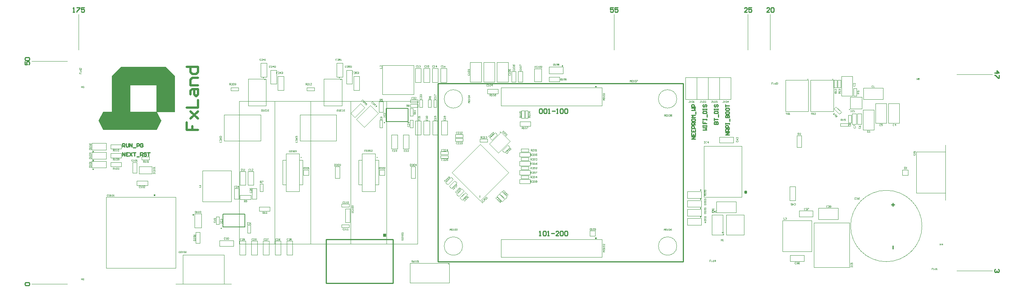
<source format=gbr>
%TF.GenerationSoftware,Altium Limited,Altium Designer,22.4.2 (48)*%
G04 Layer_Color=65535*
%FSLAX26Y26*%
%MOIN*%
%TF.SameCoordinates,8C98EB32-1E12-42CD-A60B-9DA89663A72C*%
%TF.FilePolarity,Positive*%
%TF.FileFunction,Legend,Top*%
%TF.Part,Single*%
G01*
G75*
%TA.AperFunction,NonConductor*%
%ADD108C,0.003937*%
%ADD109C,0.000984*%
%ADD110C,0.007874*%
%ADD111C,0.001968*%
%ADD112C,0.001000*%
%ADD113C,0.020000*%
%ADD114C,0.003000*%
%ADD116R,0.002953X0.002953*%
%ADD117R,0.007874X0.007874*%
%ADD152C,0.002500*%
%ADD153C,0.010000*%
%ADD154C,0.009842*%
%ADD155R,0.009843X0.009843*%
%ADD156P,0.011136X4X180.0*%
%ADD157R,0.007874X0.007874*%
%ADD158R,0.031496X0.031496*%
%ADD159R,0.015748X0.015748*%
%ADD160P,0.008352X4X270.0*%
%ADD161R,0.002953X0.002953*%
%ADD162R,0.002953X0.002953*%
G36*
X3208661Y3805118D02*
Y3490157D01*
X3051181D01*
Y3726378D01*
X2814961D01*
Y3490157D01*
X3051181D01*
X3090551Y3411417D01*
X3051181Y3332677D01*
X2578740D01*
X2539370Y3411417D01*
X2578740Y3490157D01*
X2657480D01*
Y3726378D01*
Y3805118D01*
X2736220Y3883858D01*
X3129921D01*
X3208661Y3805118D01*
D02*
G37*
D108*
X9803150Y2480315D02*
G03*
X9803150Y2480315I-314961J0D01*
G01*
X5750455Y2303150D02*
G03*
X5750455Y2303150I-81163J0D01*
G01*
Y3602362D02*
G03*
X5750455Y3602362I-81163J0D01*
G01*
X7640219D02*
G03*
X7640219Y3602362I-81163J0D01*
G01*
Y2303150D02*
G03*
X7640219Y2303150I-81163J0D01*
G01*
X5043307Y3643701D02*
X5318898D01*
X5043307Y3899606D02*
X5318898D01*
Y3643701D02*
Y3899606D01*
X5043307Y3643701D02*
Y3899606D01*
X4716220Y2510868D02*
X4756220D01*
Y2630868D01*
X4716220D02*
X4756220D01*
X4716220Y2510868D02*
Y2630868D01*
X7879921Y3147638D02*
Y3187008D01*
X8214567Y2734252D02*
Y3187008D01*
X8160630D02*
X8214567D01*
X7879921D02*
X8160630D01*
X7879921Y2734252D02*
Y3152362D01*
Y2734252D02*
X8214567D01*
X7733276Y2549213D02*
X7857276D01*
X7733276Y2490157D02*
Y2549213D01*
X7857276Y2490157D02*
Y2548228D01*
X7733276Y2490157D02*
X7857276D01*
X7845472Y2558071D02*
X7853346D01*
Y2564961D01*
X7845472D02*
X7853346D01*
X7845472Y2558071D02*
Y2564961D01*
Y2558071D02*
X7852362Y2564961D01*
X7853346D01*
X7848425Y2560039D02*
X7853346Y2564961D01*
X7847441Y2563976D02*
X7852362Y2559055D01*
X6090551Y2204724D02*
Y2362205D01*
X6980315D01*
Y2204724D02*
Y2362205D01*
X6090551Y2204724D02*
X6980315Y2204724D01*
X6921260Y2370079D02*
Y2377953D01*
Y2370079D02*
X6929134D01*
Y2377953D01*
X6921260D02*
X6929134D01*
X6921260Y2377953D02*
Y2377953D01*
Y2377953D02*
X6929134Y2370079D01*
X6921260D02*
X6929134D01*
X6921260D02*
Y2370079D01*
X6929134Y2377953D01*
X6090551Y3543307D02*
Y3700787D01*
X6980315D01*
Y3543307D02*
Y3700787D01*
X6090551Y3543307D02*
X6980315Y3543307D01*
X6921260Y3708661D02*
Y3716535D01*
Y3708661D02*
X6929134D01*
Y3716535D01*
X6921260D02*
X6929134D01*
X6921260Y3716535D02*
Y3716535D01*
Y3716535D02*
X6929134Y3708661D01*
X6921260D02*
X6929134D01*
X6921260D02*
Y3708662D01*
X6929134Y3716535D01*
X2606299Y2110236D02*
X3220472D01*
X2606299Y2736220D02*
X3220472D01*
Y2110236D02*
Y2736220D01*
X2606299Y2110236D02*
Y2736220D01*
X8117717Y3600000D02*
Y3793307D01*
X8017717D02*
X8117717D01*
X8017717Y3600000D02*
Y3793307D01*
Y3600000D02*
X8117717D01*
X2657480Y3805118D02*
X2736220Y3883858D01*
X2657480Y3805118D02*
Y3805118D01*
Y3490157D02*
Y3805118D01*
X3129921Y3883858D02*
X3208661Y3805118D01*
Y3805118D02*
Y3805118D01*
Y3490157D02*
Y3805118D01*
X3051181Y3490157D02*
X3208661D01*
X2578740Y3332677D02*
X3051181D01*
X2736220Y3883858D02*
X3129921D01*
X2814961Y3490157D02*
X2814961D01*
X2578740D02*
X2657480D01*
X3051181Y3332677D02*
X3090551Y3411417D01*
X3051181Y3490157D02*
X3090551Y3411417D01*
X2539370D02*
X2578740Y3332677D01*
X2539370Y3411417D02*
X2578740Y3490157D01*
X2814961D02*
X3051181D01*
X2814961Y3726378D02*
X3051181D01*
X2814961Y3490157D02*
Y3726378D01*
X3051181Y3490157D02*
Y3726378D01*
X6090551Y3543307D02*
X6980315D01*
X6090551Y3700787D02*
X6980315D01*
Y3543307D02*
Y3700787D01*
X6090551Y3543307D02*
Y3700787D01*
X6090551Y2204724D02*
Y2362205D01*
X6980315D01*
Y2204724D02*
Y2362205D01*
X6090551Y2204724D02*
X6980315Y2204724D01*
X6921260Y2370079D02*
Y2377953D01*
Y2370079D02*
X6929134D01*
Y2377953D01*
X6921260D02*
X6929134D01*
X6921260Y2377953D02*
Y2377953D01*
Y2377953D02*
X6929134Y2370079D01*
X6921260D02*
X6929134D01*
X6921260D02*
Y2370079D01*
X6929134Y2377953D01*
X6921260Y3708661D02*
X6929134Y3716535D01*
X6921260Y3708661D02*
Y3708661D01*
Y3708661D02*
X6929134D01*
X6921260Y3716535D02*
X6929134Y3708661D01*
X6921260Y3716535D02*
Y3716535D01*
X6929134D01*
Y3708661D02*
Y3716535D01*
X6921260Y3708661D02*
X6929134D01*
X6921260D02*
Y3716535D01*
X6090551Y3543307D02*
X6980315Y3543307D01*
Y3700787D01*
X6090551D02*
X6980315D01*
X6090551Y3543307D02*
Y3700787D01*
X6090551Y2204724D02*
Y2362205D01*
X6980315Y2204724D02*
Y2362205D01*
X6090551D02*
X6980315D01*
X6090551Y2204724D02*
X6980315D01*
X8828740Y2253937D02*
Y2529528D01*
X8572835Y2253937D02*
Y2529528D01*
X8828740D01*
X8572835Y2253937D02*
X8828740D01*
X3710630Y2693898D02*
Y2969488D01*
X3454724Y2693898D02*
Y2969488D01*
X3710630D01*
X3454724Y2693898D02*
X3710630D01*
X2481307Y2994095D02*
X2605307D01*
Y3053150D01*
X2481307Y2995079D02*
Y3053150D01*
X2605307D01*
X2485236Y2985236D02*
X2493110D01*
X2485236Y2978347D02*
Y2985236D01*
Y2978347D02*
X2493110D01*
Y2985236D01*
X2486220Y2978347D02*
X2493110Y2985236D01*
X2485236Y2978347D02*
X2486220D01*
X2485236D02*
X2490157Y2983268D01*
X2486220Y2984252D02*
X2491142Y2979331D01*
X3385827Y2464575D02*
Y2588575D01*
Y2464575D02*
X3444882D01*
X3386811Y2588575D02*
X3444882D01*
Y2464575D02*
Y2588575D01*
X3376968Y2576772D02*
Y2584646D01*
X3370079D02*
X3376968D01*
X3370079Y2576772D02*
Y2584646D01*
Y2576772D02*
X3376968D01*
X3370079Y2583662D02*
X3376968Y2576772D01*
X3370079Y2583662D02*
Y2584646D01*
X3375000Y2579724D01*
X3371063Y2578740D02*
X3375984Y2583661D01*
X2481307Y3072835D02*
X2605307D01*
Y3131890D01*
X2481307Y3073819D02*
Y3131890D01*
X2605307D01*
X2485236Y3063976D02*
X2493110D01*
X2485236Y3057087D02*
Y3063976D01*
Y3057087D02*
X2493110D01*
Y3063976D01*
X2486220Y3057087D02*
X2493110Y3063976D01*
X2485236Y3057087D02*
X2486220D01*
X2485236D02*
X2490157Y3062008D01*
X2486220Y3062992D02*
X2491142Y3058071D01*
X6512803Y3883858D02*
X6636803D01*
X6512803Y3824803D02*
Y3883858D01*
X6636803Y3824803D02*
Y3882874D01*
X6512803Y3824803D02*
X6636803D01*
X6625000Y3892716D02*
X6632874D01*
Y3899606D01*
X6625000D02*
X6632874D01*
X6625000Y3892716D02*
Y3899606D01*
Y3892716D02*
X6631890Y3899606D01*
X6632874D01*
X6627953Y3894685D02*
X6632874Y3899606D01*
X6626968Y3898622D02*
X6631890Y3893701D01*
X2481307Y3151575D02*
X2605307D01*
Y3210630D01*
X2481307Y3152559D02*
Y3210630D01*
X2605307D01*
X2485236Y3142716D02*
X2493110D01*
X2485236Y3135827D02*
Y3142716D01*
Y3135827D02*
X2493110D01*
Y3142716D01*
X2486220Y3135827D02*
X2493110Y3142716D01*
X2485236Y3135827D02*
X2486220D01*
X2485236D02*
X2490157Y3140748D01*
X2486220Y3141732D02*
X2491142Y3136811D01*
X7733276Y2785433D02*
X7857276D01*
X7733276Y2726378D02*
Y2785433D01*
X7857276Y2726378D02*
Y2784449D01*
X7733276Y2726378D02*
X7857276D01*
X7845472Y2794291D02*
X7853346D01*
Y2801181D01*
X7845472D02*
X7853346D01*
X7845472Y2794291D02*
Y2801181D01*
Y2794291D02*
X7852362Y2801181D01*
X7853346D01*
X7848425Y2796260D02*
X7853346Y2801181D01*
X7847441Y2800197D02*
X7852362Y2795276D01*
X7733276Y2706693D02*
X7857276D01*
X7733276Y2647638D02*
Y2706693D01*
X7857276Y2647638D02*
Y2705709D01*
X7733276Y2647638D02*
X7857276D01*
X7845472Y2715551D02*
X7853346D01*
Y2722441D01*
X7845472D02*
X7853346D01*
X7845472Y2715551D02*
Y2722441D01*
Y2715551D02*
X7852362Y2722441D01*
X7853346D01*
X7848425Y2717520D02*
X7853346Y2722441D01*
X7847441Y2721457D02*
X7852362Y2716535D01*
X7733276Y2627953D02*
X7857276D01*
X7733276Y2568898D02*
Y2627953D01*
X7857276Y2568898D02*
Y2626968D01*
X7733276Y2568898D02*
X7857276D01*
X7845472Y2636811D02*
X7853346D01*
Y2643701D01*
X7845472D02*
X7853346D01*
X7845472Y2636811D02*
Y2643701D01*
Y2636811D02*
X7852362Y2643701D01*
X7853346D01*
X7848425Y2638780D02*
X7853346Y2643701D01*
X7847441Y2642716D02*
X7852362Y2637795D01*
X7717717Y3600394D02*
Y3793701D01*
Y3600394D02*
X7817717D01*
Y3793701D01*
X7717717D02*
X7817717D01*
X7917717Y3600000D02*
Y3793307D01*
X7817717D02*
X7917717D01*
X7817717Y3600000D02*
Y3793307D01*
Y3600000D02*
X7917717D01*
X8017717D02*
Y3793307D01*
X7917717D02*
X8017717D01*
X7917717Y3600000D02*
Y3793307D01*
Y3600000D02*
X8017717D01*
X10108268Y3818898D02*
X10423228D01*
X10108268Y2086614D02*
X10423228D01*
X1948819Y3937008D02*
X2263780D01*
X1948819Y1968504D02*
X2263780D01*
X8464567Y4035433D02*
Y4350394D01*
X8267717Y4035433D02*
Y4350394D01*
X7086614Y4035433D02*
Y4350394D01*
X2362205Y4035433D02*
Y4350394D01*
D109*
X4094488Y2322834D02*
X4409616D01*
X4094488Y3582845D02*
X4409616D01*
Y2322834D02*
Y3582845D01*
X4094488Y2322834D02*
Y3582845D01*
X4763779Y2322834D02*
X5078915D01*
X4763779Y3582852D02*
X5078915D01*
Y2322834D02*
Y3582852D01*
X4763779Y2322834D02*
Y3582852D01*
X3779526Y2322835D02*
X5354499D01*
X3779526Y3582845D02*
X5354499D01*
Y2322835D02*
Y3582845D01*
X3779526Y2322835D02*
Y3582845D01*
X8848425Y2116137D02*
Y2509843D01*
X9163386Y2116137D02*
Y2509843D01*
X8848425Y2116137D02*
X9163386D01*
X8848425Y2509843D02*
X9163386D01*
X10009843Y2770866D02*
Y3134646D01*
X9753935Y2770866D02*
Y3134646D01*
X10009843D01*
X9753935Y2770866D02*
X10009843D01*
X4832677Y2844485D02*
Y3061024D01*
X4862208Y2844485D02*
Y3061024D01*
X4832677Y2844485D02*
X4862208D01*
X4832677Y3061024D02*
X4862208D01*
X4980316Y2844486D02*
X5009843D01*
X4980316Y3061023D02*
X5009843D01*
X4980316Y2844486D02*
Y3061023D01*
X5009843Y2844486D02*
Y3061023D01*
X4862205Y3120079D02*
X4980318D01*
X4862205Y2785431D02*
X4980318D01*
Y3120079D01*
X4862205Y2785431D02*
Y3120079D01*
X9272244Y3515157D02*
Y3618702D01*
X9168700Y3515157D02*
Y3618702D01*
X9272244D01*
X9168700Y3515157D02*
X9272244D01*
X4527559Y3543306D02*
Y3779528D01*
X4685041Y3543306D02*
Y3779528D01*
X4527559Y3543306D02*
X4685041D01*
X4527559Y3779528D02*
X4685041D01*
X8820866Y3767717D02*
X9021654D01*
X8820866Y3492125D02*
X9021654D01*
X8820866D02*
Y3767717D01*
X9021654Y3492125D02*
Y3767717D01*
X5287400Y2153543D02*
X5633858D01*
X5287400Y1980314D02*
X5633858D01*
X5287400D02*
Y2153543D01*
X5633858Y1980314D02*
Y2153543D01*
X8234252Y2401575D02*
Y2578741D01*
X8076771Y2401575D02*
Y2578741D01*
X8234252D01*
X8076771Y2401575D02*
X8234252D01*
X5986871Y3205399D02*
X6089876Y3308404D01*
X6067605Y3124666D02*
X6170609Y3227670D01*
X5986871Y3205399D02*
X6067605Y3124666D01*
X6089876Y3308404D02*
X6170609Y3227670D01*
X3282677Y1968504D02*
X3646457D01*
X3282677Y2224412D02*
X3646457D01*
Y1968504D02*
Y2224412D01*
X3282677Y1968504D02*
Y2224412D01*
X4163386Y2844485D02*
Y3061024D01*
X4192917Y2844485D02*
Y3061024D01*
X4163386Y2844485D02*
X4192917D01*
X4163386Y3061024D02*
X4192917D01*
X4311025Y2844486D02*
X4340552D01*
X4311025Y3061023D02*
X4340552D01*
X4311025Y2844486D02*
Y3061023D01*
X4340552Y2844486D02*
Y3061023D01*
X4192913Y3120079D02*
X4311026D01*
X4192913Y2785431D02*
X4311026D01*
Y3120079D01*
X4192913Y2785431D02*
Y3120079D01*
X6874016Y2390748D02*
X6921262D01*
X6874016Y2437994D02*
X6921262D01*
Y2390748D02*
Y2437994D01*
X6874016Y2390748D02*
Y2437994D01*
X8600393Y3767717D02*
X8801181D01*
X8600393Y3492125D02*
X8801181D01*
X8600393D02*
Y3767717D01*
X8801181Y3492125D02*
Y3767717D01*
X4393701Y2929134D02*
Y2976380D01*
X4346455Y2929134D02*
Y2976380D01*
X4393701D01*
X4346455Y2929134D02*
X4393701D01*
X5062992D02*
Y2976380D01*
X5015746Y2929134D02*
Y2976380D01*
X5062992D01*
X5015746Y2929134D02*
X5062992D01*
X4625984Y2901573D02*
Y3003937D01*
X4665356Y2901573D02*
Y3003937D01*
X4625984Y2901573D02*
X4665356D01*
X4625984Y3003937D02*
X4665356D01*
X5295276Y2901573D02*
Y3003937D01*
X5334647Y2901573D02*
Y3003937D01*
X5295276Y2901573D02*
X5334647D01*
X5295276Y3003937D02*
X5334647D01*
X9630905Y2929132D02*
Y2976378D01*
X9678151Y2929132D02*
Y2976378D01*
X9630905Y2929132D02*
X9678151D01*
X9630905Y2976378D02*
X9678151D01*
X8740157Y3175197D02*
Y3277561D01*
X8700786Y3175197D02*
Y3277561D01*
X8740157D01*
X8700786Y3175197D02*
X8740157D01*
X3858268Y3543306D02*
Y3779528D01*
X4015749Y3543306D02*
Y3779528D01*
X3858268Y3543306D02*
X4015749D01*
X3858268Y3779528D02*
X4015749D01*
D110*
X5060228Y3391630D02*
Y3394630D01*
Y3391630D02*
X5064228D01*
Y3395630D01*
X5060228D02*
X5064228D01*
X5076772Y3403543D02*
Y3517716D01*
X5269685Y3403543D02*
Y3517716D01*
X5076772D02*
X5269685D01*
X5076772Y3403543D02*
X5269685D01*
X3619284Y2459543D02*
Y2462543D01*
Y2459543D02*
X3623284D01*
Y2463543D01*
X3619284D02*
X3623284D01*
X3635827Y2471457D02*
Y2585630D01*
X3828740Y2471457D02*
Y2585630D01*
X3635827D02*
X3828740D01*
X3635827Y2471457D02*
X3828740D01*
D111*
X6381890Y3753935D02*
Y3868110D01*
X6444884Y3753935D02*
Y3868110D01*
X6381890Y3753935D02*
X6444884D01*
X6381890Y3868110D02*
X6444884D01*
X5905511Y3203306D02*
X6156061Y2952756D01*
X5654961Y2952755D02*
X5905511Y2702205D01*
X5654961Y2952755D02*
X5905511Y3203306D01*
X5905511Y2702205D02*
X6156061Y2952756D01*
X3645669Y3460630D02*
X3968504D01*
X3645669Y3232283D02*
X3968504D01*
X3645669D02*
Y3460630D01*
X3968504Y3232283D02*
Y3460630D01*
X8635417Y2705709D02*
Y2827756D01*
Y2705709D02*
X8687417D01*
X8635417Y2827756D02*
X8687417D01*
Y2705709D02*
Y2827756D01*
X9062992Y2539370D02*
Y2637795D01*
X8889441D02*
X9062992D01*
X8889441Y2539370D02*
Y2637795D01*
Y2539370D02*
X9062992D01*
X3785024Y2841535D02*
Y2963583D01*
Y2841535D02*
X3837024D01*
X3785024Y2963583D02*
X3837024D01*
Y2841535D02*
Y2963583D01*
X3855890Y2841535D02*
Y2963583D01*
Y2841535D02*
X3907890D01*
X3855890Y2963583D02*
X3907890D01*
Y2841535D02*
Y2963583D01*
X4198495Y2225284D02*
Y2347331D01*
Y2225284D02*
X4250495D01*
X4198495Y2347331D02*
X4250495D01*
Y2225284D02*
Y2347331D01*
X4095143Y2225284D02*
Y2347331D01*
Y2225284D02*
X4147143D01*
X4095143Y2347331D02*
X4147143D01*
Y2225284D02*
Y2347331D01*
X3990808Y2225284D02*
Y2347331D01*
Y2225284D02*
X4042808D01*
X3990808Y2347331D02*
X4042808D01*
Y2225284D02*
Y2347331D01*
X3886472Y2225284D02*
Y2347331D01*
Y2225284D02*
X3938472D01*
X3886472Y2347331D02*
X3938472D01*
Y2225284D02*
Y2347331D01*
X3783120Y2225284D02*
Y2347331D01*
Y2225284D02*
X3835120D01*
X3783120Y2347331D02*
X3835120D01*
Y2225284D02*
Y2347331D01*
X3606190Y2353696D02*
X3728237D01*
X3606190Y2301696D02*
Y2353696D01*
X3728237Y2301696D02*
Y2353696D01*
X3606190Y2301696D02*
X3728237D01*
X7948819Y2403543D02*
X8047244D01*
Y2577095D01*
X7948819D02*
X8047244D01*
X7948819Y2403543D02*
Y2577095D01*
X8163386Y2598425D02*
Y2696851D01*
X7989835D02*
X8163386D01*
X7989835Y2598425D02*
Y2696851D01*
Y2598425D02*
X8163386D01*
X8017717Y3214157D02*
X8139764D01*
Y3266157D01*
X8017717Y3214157D02*
Y3266157D01*
X8139764D01*
X8639764Y2220882D02*
X8761811D01*
X8639764Y2168882D02*
Y2220882D01*
X8761811Y2168882D02*
Y2220882D01*
X8639764Y2168882D02*
X8761811D01*
X8718504Y2562583D02*
X8840551D01*
Y2614583D01*
X8718504Y2562583D02*
Y2614583D01*
X8840551D01*
X9287401Y3600394D02*
Y3698819D01*
Y3600394D02*
X9460953D01*
Y3698819D01*
X9287401D02*
X9460953D01*
X9092520Y3629921D02*
X9190945D01*
Y3803472D01*
X9092520D02*
X9190945D01*
X9092520Y3629921D02*
Y3803472D01*
X9281496Y3503937D02*
X9379921D01*
X9281496Y3330386D02*
Y3503937D01*
Y3330386D02*
X9379921D01*
Y3503937D01*
X9505905Y3562992D02*
X9604331D01*
X9505905Y3389441D02*
Y3562992D01*
Y3389441D02*
X9604331D01*
Y3562992D01*
X9391732D02*
X9490157D01*
X9391732Y3389441D02*
Y3562992D01*
Y3389441D02*
X9490157D01*
Y3562992D01*
X5384268Y3750000D02*
Y3872047D01*
X5332268D02*
X5384268D01*
X5332268Y3750000D02*
X5384268D01*
X5332268D02*
Y3872047D01*
X5533874Y3750000D02*
Y3872047D01*
X5481874D02*
X5533874D01*
X5481874Y3750000D02*
X5533874D01*
X5481874D02*
Y3872047D01*
X5459071Y3750000D02*
Y3872047D01*
X5407071D02*
X5459071D01*
X5407071Y3750000D02*
X5459071D01*
X5407071D02*
Y3872047D01*
X5608677Y3750000D02*
Y3872047D01*
X5556677D02*
X5608677D01*
X5556677Y3750000D02*
X5608677D01*
X5556677D02*
Y3872047D01*
X5616551Y3285433D02*
Y3407480D01*
X5564551D02*
X5616551D01*
X5564551Y3285433D02*
X5616551D01*
X5564551D02*
Y3407480D01*
X5537811Y3285433D02*
Y3407480D01*
X5485811D02*
X5537811D01*
X5485811Y3285433D02*
X5537811D01*
X5485811D02*
Y3407480D01*
X5459071Y3285433D02*
Y3407480D01*
X5407071D02*
X5459071D01*
X5407071Y3285433D02*
X5459071D01*
X5407071D02*
Y3407480D01*
X5384290Y3285433D02*
Y3407480D01*
X5332290D02*
X5384290D01*
X5332290Y3285433D02*
X5384290D01*
X5332290D02*
Y3407480D01*
X5225991Y3163391D02*
Y3285438D01*
Y3163391D02*
X5277991D01*
X5225991Y3285438D02*
X5277991D01*
Y3163391D02*
Y3285438D01*
X5123629Y3163391D02*
Y3285438D01*
Y3163391D02*
X5175629D01*
X5123629Y3285438D02*
X5175629D01*
Y3163391D02*
Y3285438D01*
X6053150Y3751968D02*
X6151575D01*
Y3925520D01*
X6053150D02*
X6151575D01*
X6053150Y3751968D02*
Y3925520D01*
X2895669Y2940945D02*
X3009845D01*
X2895669Y3003939D02*
X3009845D01*
Y2940945D02*
Y3003939D01*
X2895669Y2940945D02*
Y3003939D01*
X5816929Y3751968D02*
X5915354D01*
Y3925520D01*
X5816929D02*
X5915354D01*
X5816929Y3751968D02*
Y3925520D01*
X5935039Y3751968D02*
X6033465D01*
Y3925520D01*
X5935039D02*
X6033465D01*
X5935039Y3751968D02*
Y3925520D01*
X4023047Y3795276D02*
Y3917323D01*
X3971047D02*
X4023047D01*
X3971047Y3795276D02*
X4023047D01*
X3971047D02*
Y3917323D01*
X4814389Y3421388D02*
X4937108Y3544107D01*
X5006705Y3474510D01*
X4883986Y3351791D02*
X5006705Y3474510D01*
X4814389Y3421388D02*
X4883986Y3351791D01*
X4692339Y3795276D02*
Y3917323D01*
X4640339D02*
X4692339D01*
X4640339Y3795276D02*
X4692339D01*
X4640339D02*
Y3917323D01*
X4800038Y3437481D02*
X4886338Y3523781D01*
X4849569Y3560551D02*
X4886338Y3523781D01*
X4763268Y3474250D02*
X4800038Y3437481D01*
X4763268Y3474250D02*
X4849569Y3560551D01*
X4777968Y3734252D02*
Y3856299D01*
X4725968D02*
X4777968D01*
X4725968Y3734252D02*
X4777968D01*
X4725968D02*
Y3856299D01*
X4171669Y3679134D02*
Y3801181D01*
X4119669D02*
X4171669D01*
X4119669Y3679134D02*
X4171669D01*
X4119669D02*
Y3801181D01*
X4314960Y3460630D02*
X4637795D01*
X4314960Y3232283D02*
X4637795D01*
X4314960D02*
Y3460630D01*
X4637795Y3232283D02*
Y3460630D01*
X4840961Y3679134D02*
Y3801181D01*
X4788961D02*
X4840961D01*
X4788961Y3679134D02*
X4840961D01*
X4788961D02*
Y3801181D01*
X4108677Y3734252D02*
Y3856299D01*
X4056677D02*
X4108677D01*
X4056677Y3734252D02*
X4108677D01*
X4056677D02*
Y3856299D01*
D112*
X6346457Y2855016D02*
Y2893016D01*
X6251968D02*
X6346457D01*
X6251968Y2855016D02*
Y2893016D01*
Y2855016D02*
X6346457D01*
X3706693Y3701976D02*
X3773622D01*
Y3675976D02*
Y3701976D01*
X3706693Y3675976D02*
X3773622D01*
X3706693D02*
Y3701976D01*
X6053759Y2742817D02*
X6101085Y2695491D01*
X6053759Y2742817D02*
X6072143Y2761202D01*
X6119470Y2713876D01*
X6101085Y2695491D02*
X6119470Y2713876D01*
X3603551Y2495079D02*
Y2562008D01*
X3577551Y2495079D02*
X3603551D01*
X3577551D02*
Y2562008D01*
X3603551D01*
X3853142Y2420276D02*
Y2487205D01*
X3879142D01*
Y2420276D02*
Y2487205D01*
X3853142Y2420276D02*
X3879142D01*
X3736905Y2717520D02*
X3774905D01*
Y2812008D01*
X3736905D02*
X3774905D01*
X3736905Y2717520D02*
Y2812008D01*
X3894386Y2717520D02*
X3932386D01*
Y2812008D01*
X3894386D02*
X3932386D01*
X3894386Y2717520D02*
Y2812008D01*
X3963378Y2786417D02*
Y2853347D01*
X3989378D01*
Y2786417D02*
Y2853347D01*
X3963378Y2786417D02*
X3989378D01*
X3787402Y2714268D02*
Y2752268D01*
Y2714268D02*
X3881890D01*
Y2752268D01*
X3787402D02*
X3881890D01*
X4051181Y2611905D02*
Y2649905D01*
X3956693D02*
X4051181D01*
X3956693Y2611905D02*
Y2649905D01*
Y2611905D02*
X4051181D01*
X9232968Y3472441D02*
X9270968D01*
X9232968Y3377953D02*
Y3472441D01*
Y3377953D02*
X9270968D01*
Y3472441D01*
X9185724D02*
X9223724D01*
X9185724Y3377953D02*
Y3472441D01*
Y3377953D02*
X9223724D01*
Y3472441D01*
X9178354Y3391732D02*
Y3458662D01*
X9152354Y3391732D02*
X9178354D01*
X9152354D02*
Y3458662D01*
X9178354D01*
X5044496Y3348425D02*
Y3415354D01*
X5018496Y3348425D02*
X5044496D01*
X5018496D02*
Y3415354D01*
X5044496D01*
X5520874Y3529528D02*
Y3596457D01*
X5494874Y3529528D02*
X5520874D01*
X5494874D02*
Y3596457D01*
X5520874D01*
X5286213Y3348425D02*
Y3415354D01*
X5312213D01*
Y3348425D02*
Y3415354D01*
X5286213Y3348425D02*
X5312213D01*
X5289370Y3595677D02*
X5356299D01*
Y3569677D02*
Y3595677D01*
X5289370Y3569677D02*
X5356299D01*
X5289370D02*
Y3595677D01*
X5368890Y3529528D02*
Y3596457D01*
X5394890D01*
Y3529528D02*
Y3596457D01*
X5368890Y3529528D02*
X5394890D01*
X2839273Y3043307D02*
X2877273D01*
X2839273Y2948819D02*
Y3043307D01*
Y2948819D02*
X2877273D01*
Y3043307D01*
X2877958Y2839268D02*
Y2877268D01*
Y2839268D02*
X2972446D01*
Y2877268D01*
X2877958D02*
X2972446D01*
X6181787Y3751968D02*
X6219787D01*
Y3846457D01*
X6181787D02*
X6219787D01*
X6181787Y3751968D02*
Y3846457D01*
X6240842Y3751968D02*
X6278842D01*
Y3846457D01*
X6240842D02*
X6278842D01*
X6240842Y3751968D02*
Y3846457D01*
X4683071Y2674417D02*
X4750000D01*
Y2648417D02*
Y2674417D01*
X4683071Y2648417D02*
X4750000D01*
X4683071D02*
Y2674417D01*
Y2493315D02*
X4750000D01*
Y2467315D02*
Y2493315D01*
X4683071Y2467315D02*
X4750000D01*
X4683071D02*
Y2493315D01*
X5687008Y3289575D02*
X5753937D01*
Y3263575D02*
Y3289575D01*
X5687008Y3263575D02*
X5753937D01*
X5687008D02*
Y3289575D01*
Y3254142D02*
X5753937D01*
Y3228142D02*
Y3254142D01*
X5687008Y3228142D02*
X5753937D01*
X5687008D02*
Y3254142D01*
X5557087Y3138984D02*
X5624016D01*
Y3112984D02*
Y3138984D01*
X5557087Y3112984D02*
X5624016D01*
X5557087D02*
Y3138984D01*
Y3077551D02*
Y3103551D01*
Y3077551D02*
X5624016D01*
Y3103551D01*
X5557087D02*
X5624016D01*
X5601003Y2863482D02*
X5648329Y2910808D01*
X5666714Y2892423D01*
X5619388Y2845097D02*
X5666714Y2892423D01*
X5601003Y2863482D02*
X5619388Y2845097D01*
X5632499Y2831986D02*
X5679825Y2879312D01*
X5698210Y2860927D01*
X5650884Y2813601D02*
X5698210Y2860927D01*
X5632499Y2831986D02*
X5650884Y2813601D01*
X5696475Y2760136D02*
X5743801Y2807462D01*
X5762186Y2789077D01*
X5714860Y2741751D02*
X5762186Y2789077D01*
X5696475Y2760136D02*
X5714860Y2741751D01*
X5727971Y2728640D02*
X5775297Y2775966D01*
X5793682Y2757581D01*
X5746356Y2710255D02*
X5793682Y2757581D01*
X5727971Y2728640D02*
X5746356Y2710255D01*
X5990767Y3257183D02*
X6038093Y3304509D01*
X6056477Y3286124D01*
X6009151Y3238798D02*
X6056477Y3286124D01*
X5990767Y3257183D02*
X6009151Y3238798D01*
X6101003Y3146947D02*
X6148329Y3194273D01*
X6166714Y3175888D01*
X6119387Y3128562D02*
X6166714Y3175888D01*
X6101003Y3146947D02*
X6119387Y3128562D01*
X9199598Y3627953D02*
Y3694882D01*
X9225598D01*
Y3627953D02*
Y3694882D01*
X9199598Y3627953D02*
X9225598D01*
X5012496Y3484252D02*
X5050496D01*
Y3578740D01*
X5012496D02*
X5050496D01*
X5012496Y3484252D02*
Y3578740D01*
X5447630Y3529528D02*
Y3596457D01*
X5473630D01*
Y3529528D02*
Y3596457D01*
X5447630Y3529528D02*
X5473630D01*
X5289370Y3530307D02*
X5356299D01*
X5289370D02*
Y3556307D01*
X5356299D01*
Y3530307D02*
Y3556307D01*
X5286213Y3450787D02*
Y3517716D01*
X5312213D01*
Y3450787D02*
Y3517716D01*
X5286213Y3450787D02*
X5312213D01*
X2919297Y3091740D02*
X2986226D01*
Y3065740D02*
Y3091740D01*
X2919297Y3065740D02*
X2986226D01*
X2919297D02*
Y3091740D01*
X2645669Y3004622D02*
Y3042622D01*
Y3004622D02*
X2740157D01*
Y3042622D01*
X2645669D02*
X2740157D01*
X3396354Y2329724D02*
X3434354D01*
Y2424213D01*
X3396354D02*
X3434354D01*
X3396354Y2329724D02*
Y2424213D01*
X6301961Y3431102D02*
Y3498032D01*
X6327961D01*
Y3431102D02*
Y3498032D01*
X6301961Y3431102D02*
X6327961D01*
X6270465D02*
Y3498032D01*
X6296465D01*
Y3431102D02*
Y3498032D01*
X6270465Y3431102D02*
X6296465D01*
X6062992Y3650291D02*
Y3688291D01*
X5968504D02*
X6062992D01*
X5968504Y3650291D02*
Y3688291D01*
Y3650291D02*
X6062992D01*
X6255905Y3362890D02*
Y3400890D01*
Y3362890D02*
X6350394D01*
Y3400890D01*
X6255905D02*
X6350394D01*
X2740157Y3083362D02*
Y3121362D01*
X2645669D02*
X2740157D01*
X2645669Y3083362D02*
Y3121362D01*
Y3083362D02*
X2740157D01*
X6511811Y3756591D02*
Y3794591D01*
Y3756591D02*
X6606299D01*
Y3794591D01*
X6511811D02*
X6606299D01*
X2740157Y3162102D02*
Y3200102D01*
X2645669D02*
X2740157D01*
X2645669Y3162102D02*
Y3200102D01*
Y3162102D02*
X2740157D01*
X6265748Y3162606D02*
X6332677D01*
Y3136606D02*
Y3162606D01*
X6265748Y3136606D02*
X6332677D01*
X6265748D02*
Y3162606D01*
Y3083866D02*
X6332677D01*
Y3057866D02*
Y3083866D01*
X6265748Y3057866D02*
X6332677D01*
X6265748D02*
Y3083866D01*
Y3005126D02*
X6332677D01*
Y2979126D02*
Y3005126D01*
X6265748Y2979126D02*
X6332677D01*
X6265748D02*
Y3005126D01*
Y2926386D02*
X6332677D01*
Y2900386D02*
Y2926386D01*
X6265748Y2900386D02*
X6332677D01*
X6265748D02*
Y2926386D01*
X6346457Y3091236D02*
Y3129236D01*
X6251968D02*
X6346457D01*
X6251968Y3091236D02*
Y3129236D01*
Y3091236D02*
X6346457D01*
Y3012496D02*
Y3050496D01*
X6251968D02*
X6346457D01*
X6251968Y3012496D02*
Y3050496D01*
Y3012496D02*
X6346457D01*
Y2933756D02*
Y2971756D01*
X6251968D02*
X6346457D01*
X6251968Y2933756D02*
Y2971756D01*
Y2933756D02*
X6346457D01*
X6077381Y2766439D02*
X6124707Y2719113D01*
X6077381Y2766439D02*
X6095766Y2784824D01*
X6143092Y2737498D01*
X6124707Y2719113D02*
X6143092Y2737498D01*
X5903543Y3249220D02*
X5970472D01*
Y3223220D02*
Y3249220D01*
X5903543Y3223220D02*
X5970472D01*
X5903543D02*
Y3249220D01*
X9053354Y3700787D02*
Y3767717D01*
X9027354Y3700787D02*
X9053354D01*
X9027354D02*
Y3767717D01*
X9053354D01*
X9084850Y3700787D02*
Y3767717D01*
X9058850Y3700787D02*
X9084850D01*
X9058850D02*
Y3767717D01*
X9084850D01*
X9073526Y3467145D02*
X9091910Y3485529D01*
X9044584Y3532855D02*
X9091910Y3485529D01*
X9026200Y3514471D02*
X9044584Y3532855D01*
X9026200Y3514471D02*
X9073526Y3467145D01*
X9084646Y3387016D02*
X9151575D01*
Y3361016D02*
Y3387016D01*
X9084646Y3361016D02*
X9151575D01*
X9084646D02*
Y3387016D01*
X4375984Y3701976D02*
X4442913D01*
Y3675976D02*
Y3701976D01*
X4375984Y3675976D02*
X4442913D01*
X4375984D02*
Y3701976D01*
D113*
X3316945Y3395082D02*
Y3329486D01*
X3366142D01*
Y3362284D01*
Y3329486D01*
X3415338D01*
X3349743Y3427880D02*
X3415338Y3493475D01*
X3382541Y3460678D01*
X3349743Y3493475D01*
X3415338Y3427880D01*
X3316945Y3526273D02*
X3415338D01*
Y3591869D01*
X3349743Y3641066D02*
Y3673863D01*
X3366142Y3690262D01*
X3415338D01*
Y3641066D01*
X3398939Y3624667D01*
X3382541Y3641066D01*
Y3690262D01*
X3415338Y3723060D02*
X3349743D01*
Y3772257D01*
X3366142Y3788656D01*
X3415338D01*
X3316945Y3887049D02*
X3415338D01*
Y3837852D01*
X3398939Y3821453D01*
X3366142D01*
X3349743Y3837852D01*
Y3887049D01*
D114*
X8674920Y2668736D02*
X8677419Y2666237D01*
X8682418D01*
X8684917Y2668736D01*
Y2678733D01*
X8682418Y2681232D01*
X8677419D01*
X8674920Y2678733D01*
X8662424Y2681232D02*
Y2666237D01*
X8669922Y2673735D01*
X8659925D01*
X8644930Y2666237D02*
X8654927D01*
Y2673735D01*
X8649928Y2671235D01*
X8647429D01*
X8644930Y2673735D01*
Y2678733D01*
X8647429Y2681232D01*
X8652427D01*
X8654927Y2678733D01*
X3694662Y3725476D02*
Y3740472D01*
X3702160D01*
X3704659Y3737972D01*
Y3732974D01*
X3702160Y3730475D01*
X3694662D01*
X3699661D02*
X3704659Y3725476D01*
X3719654D02*
X3709657D01*
X3719654Y3735473D01*
Y3737972D01*
X3717155Y3740472D01*
X3712157D01*
X3709657Y3737972D01*
X3724653D02*
X3727152Y3740472D01*
X3732150D01*
X3734649Y3737972D01*
Y3727976D01*
X3732150Y3725476D01*
X3727152D01*
X3724653Y3727976D01*
Y3737972D01*
X3739648Y3727976D02*
X3742147Y3725476D01*
X3747146D01*
X3749645Y3727976D01*
Y3737972D01*
X3747146Y3740472D01*
X3742147D01*
X3739648Y3737972D01*
Y3735473D01*
X3742147Y3732974D01*
X3749645D01*
X4365203Y3725476D02*
Y3740472D01*
X4372701D01*
X4375200Y3737972D01*
Y3732974D01*
X4372701Y3730475D01*
X4365203D01*
X4370202D02*
X4375200Y3725476D01*
X4390195D02*
X4380198D01*
X4390195Y3735473D01*
Y3737972D01*
X4387696Y3740472D01*
X4382698D01*
X4380198Y3737972D01*
X4395194Y3725476D02*
X4400192D01*
X4397693D01*
Y3740472D01*
X4395194Y3737972D01*
X4417686Y3725476D02*
X4407690D01*
X4417686Y3735473D01*
Y3737972D01*
X4415187Y3740472D01*
X4410189D01*
X4407690Y3737972D01*
X4708794Y3493922D02*
X4703796D01*
X4706295D01*
Y3508917D01*
X4708794D01*
X4703796D01*
X4686302Y3496421D02*
X4688801Y3493922D01*
X4693799D01*
X4696298Y3496421D01*
Y3506418D01*
X4693799Y3508917D01*
X4688801D01*
X4686302Y3506418D01*
X4671306Y3508917D02*
X4681303D01*
X4671306Y3498920D01*
Y3496421D01*
X4673806Y3493922D01*
X4678804D01*
X4681303Y3496421D01*
X4666308D02*
X4663809Y3493922D01*
X4658810D01*
X4656311Y3496421D01*
Y3506418D01*
X4658810Y3508917D01*
X4663809D01*
X4666308Y3506418D01*
Y3496421D01*
X4651313D02*
X4648814Y3493922D01*
X4643815D01*
X4641316Y3496421D01*
Y3498920D01*
X4643815Y3501419D01*
X4646314D01*
X4643815D01*
X4641316Y3503919D01*
Y3506418D01*
X4643815Y3508917D01*
X4648814D01*
X4651313Y3506418D01*
X4039503Y3493922D02*
X4034505D01*
X4037004D01*
Y3508917D01*
X4039503D01*
X4034505D01*
X4017010Y3496421D02*
X4019509Y3493922D01*
X4024508D01*
X4027007Y3496421D01*
Y3506418D01*
X4024508Y3508917D01*
X4019509D01*
X4017010Y3506418D01*
X4002015Y3508917D02*
X4012012D01*
X4002015Y3498920D01*
Y3496421D01*
X4004514Y3493922D01*
X4009512D01*
X4012012Y3496421D01*
X3997017D02*
X3994517Y3493922D01*
X3989519D01*
X3987020Y3496421D01*
Y3506418D01*
X3989519Y3508917D01*
X3994517D01*
X3997017Y3506418D01*
Y3496421D01*
X3972024Y3508917D02*
X3982021D01*
X3972024Y3498920D01*
Y3496421D01*
X3974524Y3493922D01*
X3979522D01*
X3982021Y3496421D01*
X3609090Y3228958D02*
X3606591Y3226459D01*
Y3221461D01*
X3609090Y3218962D01*
X3619087D01*
X3621586Y3221461D01*
Y3226459D01*
X3619087Y3228958D01*
X3621586Y3243954D02*
Y3233957D01*
X3611590Y3243954D01*
X3609090D01*
X3606591Y3241454D01*
Y3236456D01*
X3609090Y3233957D01*
X3606591Y3258949D02*
X3609090Y3253950D01*
X3614089Y3248952D01*
X3619087D01*
X3621586Y3251451D01*
Y3256450D01*
X3619087Y3258949D01*
X3616588D01*
X3614089Y3256450D01*
Y3248952D01*
X3609090Y3263947D02*
X3606591Y3266446D01*
Y3271445D01*
X3609090Y3273944D01*
X3619087D01*
X3621586Y3271445D01*
Y3266446D01*
X3619087Y3263947D01*
X3609090D01*
X4054179Y3893272D02*
X4051680Y3895771D01*
X4046681D01*
X4044182Y3893272D01*
Y3883275D01*
X4046681Y3880776D01*
X4051680D01*
X4054179Y3883275D01*
X4069174Y3880776D02*
X4059177D01*
X4069174Y3890772D01*
Y3893272D01*
X4066675Y3895771D01*
X4061676D01*
X4059177Y3893272D01*
X4081670Y3880776D02*
Y3895771D01*
X4074172Y3888273D01*
X4084169D01*
X4089168Y3893272D02*
X4091667Y3895771D01*
X4096665D01*
X4099164Y3893272D01*
Y3883275D01*
X4096665Y3880776D01*
X4091667D01*
X4089168Y3883275D01*
Y3893272D01*
X4786462Y3838153D02*
X4783963Y3840653D01*
X4778965D01*
X4776465Y3838153D01*
Y3828157D01*
X4778965Y3825657D01*
X4783963D01*
X4786462Y3828157D01*
X4801457Y3825657D02*
X4791461D01*
X4801457Y3835654D01*
Y3838153D01*
X4798958Y3840653D01*
X4793960D01*
X4791461Y3838153D01*
X4816453Y3840653D02*
X4806456D01*
Y3833155D01*
X4811454Y3835654D01*
X4813953D01*
X4816453Y3833155D01*
Y3828157D01*
X4813953Y3825657D01*
X4808955D01*
X4806456Y3828157D01*
X4821451Y3838153D02*
X4823950Y3840653D01*
X4828949D01*
X4831448Y3838153D01*
Y3835654D01*
X4828949Y3833155D01*
X4826449D01*
X4828949D01*
X4831448Y3830656D01*
Y3828157D01*
X4828949Y3825657D01*
X4823950D01*
X4821451Y3828157D01*
X4278382Y3228958D02*
X4275883Y3226459D01*
Y3221461D01*
X4278382Y3218962D01*
X4288379D01*
X4290878Y3221461D01*
Y3226459D01*
X4288379Y3228958D01*
X4290878Y3243954D02*
Y3233957D01*
X4280881Y3243954D01*
X4278382D01*
X4275883Y3241454D01*
Y3236456D01*
X4278382Y3233957D01*
X4275883Y3258949D02*
X4278382Y3253950D01*
X4283380Y3248952D01*
X4288379D01*
X4290878Y3251451D01*
Y3256450D01*
X4288379Y3258949D01*
X4285880D01*
X4283380Y3256450D01*
Y3248952D01*
X4278382Y3263947D02*
X4275883Y3266446D01*
Y3271445D01*
X4278382Y3273944D01*
X4280881D01*
X4283380Y3271445D01*
Y3268946D01*
Y3271445D01*
X4285880Y3273944D01*
X4288379D01*
X4290878Y3271445D01*
Y3266446D01*
X4288379Y3263947D01*
X4117171Y3838153D02*
X4114672Y3840653D01*
X4109673D01*
X4107174Y3838153D01*
Y3828157D01*
X4109673Y3825657D01*
X4114672D01*
X4117171Y3828157D01*
X4132166Y3825657D02*
X4122169D01*
X4132166Y3835654D01*
Y3838153D01*
X4129667Y3840653D01*
X4124668D01*
X4122169Y3838153D01*
X4144662Y3825657D02*
Y3840653D01*
X4137164Y3833155D01*
X4147161D01*
X4152160Y3838153D02*
X4154659Y3840653D01*
X4159657D01*
X4162157Y3838153D01*
Y3835654D01*
X4159657Y3833155D01*
X4157158D01*
X4159657D01*
X4162157Y3830656D01*
Y3828157D01*
X4159657Y3825657D01*
X4154659D01*
X4152160Y3828157D01*
X4723470Y3893272D02*
X4720971Y3895771D01*
X4715972D01*
X4713473Y3893272D01*
Y3883275D01*
X4715972Y3880776D01*
X4720971D01*
X4723470Y3883275D01*
X4738465Y3880776D02*
X4728468D01*
X4738465Y3890772D01*
Y3893272D01*
X4735966Y3895771D01*
X4730968D01*
X4728468Y3893272D01*
X4753461Y3895771D02*
X4743464D01*
Y3888273D01*
X4748462Y3890772D01*
X4750961D01*
X4753461Y3888273D01*
Y3883275D01*
X4750961Y3880776D01*
X4745963D01*
X4743464Y3883275D01*
X4758459Y3893272D02*
X4760958Y3895771D01*
X4765957D01*
X4768456Y3893272D01*
Y3883275D01*
X4765957Y3880776D01*
X4760958D01*
X4758459Y3883275D01*
Y3893272D01*
X4873945Y3588461D02*
Y3591995D01*
X4870411Y3595529D01*
X4866877D01*
X4859808Y3588461D01*
Y3584926D01*
X4863342Y3581392D01*
X4866877D01*
X4875712Y3569021D02*
X4868644Y3576090D01*
X4882781D01*
X4884548Y3577857D01*
Y3581392D01*
X4881014Y3584926D01*
X4877480D01*
X4884548Y3560185D02*
X4895152Y3570789D01*
X4884548D01*
X4891617Y3563720D01*
X4907522Y3558418D02*
X4900453Y3565487D01*
X4895152Y3560185D01*
X4900453Y3558418D01*
X4902221Y3556651D01*
Y3553117D01*
X4898686Y3549582D01*
X4895152D01*
X4891617Y3553117D01*
Y3556651D01*
X4640339Y3954295D02*
X4637840Y3956794D01*
X4632842D01*
X4630343Y3954295D01*
Y3944298D01*
X4632842Y3941799D01*
X4637840D01*
X4640339Y3944298D01*
X4655335Y3941799D02*
X4645338D01*
X4655335Y3951796D01*
Y3954295D01*
X4652835Y3956794D01*
X4647837D01*
X4645338Y3954295D01*
X4670330Y3956794D02*
X4660333D01*
Y3949297D01*
X4665331Y3951796D01*
X4667831D01*
X4670330Y3949297D01*
Y3944298D01*
X4667831Y3941799D01*
X4662832D01*
X4660333Y3944298D01*
X4675328Y3941799D02*
X4680327D01*
X4677827D01*
Y3956794D01*
X4675328Y3954295D01*
X4960282Y3571928D02*
Y3575462D01*
X4956748Y3578997D01*
X4953214D01*
X4946145Y3571928D01*
Y3568394D01*
X4949679Y3564859D01*
X4953214D01*
X4962050Y3552489D02*
X4954981Y3559557D01*
X4969118D01*
X4970886Y3561325D01*
Y3564859D01*
X4967351Y3568394D01*
X4963817D01*
X4970886Y3543653D02*
X4981489Y3554256D01*
X4970886D01*
X4977954Y3547187D01*
X4981489Y3533050D02*
X4992092Y3543653D01*
X4981489D01*
X4988558Y3536584D01*
X3971048Y3954295D02*
X3968549Y3956794D01*
X3963550D01*
X3961051Y3954295D01*
Y3944298D01*
X3963550Y3941799D01*
X3968549D01*
X3971048Y3944298D01*
X3986043Y3941799D02*
X3976046D01*
X3986043Y3951796D01*
Y3954295D01*
X3983544Y3956794D01*
X3978546D01*
X3976046Y3954295D01*
X3998539Y3941799D02*
Y3956794D01*
X3991042Y3949297D01*
X4001038D01*
X4006037Y3941799D02*
X4011035D01*
X4008536D01*
Y3956794D01*
X4006037Y3954295D01*
X9087610Y3410516D02*
Y3425511D01*
X9095108D01*
X9097607Y3423012D01*
Y3418013D01*
X9095108Y3415514D01*
X9087610D01*
X9092609D02*
X9097607Y3410516D01*
X9102605D02*
X9107604D01*
X9105105D01*
Y3425511D01*
X9102605Y3423012D01*
X9125098Y3425511D02*
X9115102D01*
Y3418013D01*
X9120100Y3420512D01*
X9122599D01*
X9125098Y3418013D01*
Y3413015D01*
X9122599Y3410516D01*
X9117601D01*
X9115102Y3413015D01*
X9054812Y3452624D02*
X9044209Y3442021D01*
X9038907Y3447322D01*
Y3450856D01*
X9042442Y3454391D01*
X9045976D01*
X9051278Y3449089D01*
X9047744Y3452624D02*
Y3459693D01*
X9044209Y3463227D02*
X9040675Y3466761D01*
X9042442Y3464994D01*
X9031839Y3454391D01*
X9035373D01*
X9030072Y3477365D02*
X9019468Y3466761D01*
X9030072D01*
X9023003Y3473830D01*
X9755220Y3787025D02*
Y3772030D01*
Y3779528D01*
X9765217D01*
Y3787025D01*
Y3772030D01*
X9780212Y3787025D02*
X9770216D01*
Y3779528D01*
X9775214Y3782027D01*
X9777713D01*
X9780212Y3779528D01*
Y3774529D01*
X9777713Y3772030D01*
X9772715D01*
X9770216Y3774529D01*
X9082300Y3650547D02*
X9067305D01*
Y3658045D01*
X9069805Y3660544D01*
X9074803D01*
X9077302Y3658045D01*
Y3650547D01*
Y3655546D02*
X9082300Y3660544D01*
Y3665543D02*
Y3670541D01*
Y3668042D01*
X9067305D01*
X9069805Y3665543D01*
Y3678039D02*
X9067305Y3680538D01*
Y3685536D01*
X9069805Y3688035D01*
X9072304D01*
X9074803Y3685536D01*
Y3683037D01*
Y3685536D01*
X9077302Y3688035D01*
X9079801D01*
X9082300Y3685536D01*
Y3680538D01*
X9079801Y3678039D01*
X9046868Y3650547D02*
X9031872D01*
Y3658045D01*
X9034371Y3660544D01*
X9039370D01*
X9041869Y3658045D01*
Y3650547D01*
Y3655546D02*
X9046868Y3660544D01*
Y3665543D02*
Y3670541D01*
Y3668042D01*
X9031872D01*
X9034371Y3665543D01*
X9046868Y3688035D02*
Y3678039D01*
X9036871Y3688035D01*
X9034371D01*
X9031872Y3685536D01*
Y3680538D01*
X9034371Y3678039D01*
X5910766Y3256282D02*
Y3271277D01*
X5918264D01*
X5920763Y3268778D01*
Y3263780D01*
X5918264Y3261280D01*
X5910766D01*
X5915765D02*
X5920763Y3256282D01*
X5935758D02*
X5925761D01*
X5935758Y3266279D01*
Y3268778D01*
X5933259Y3271277D01*
X5928261D01*
X5925761Y3268778D01*
X5940757Y3256282D02*
X5945755D01*
X5943256D01*
Y3271277D01*
X5940757Y3268778D01*
X5953253D02*
X5955752Y3271277D01*
X5960750D01*
X5963249Y3268778D01*
Y3266279D01*
X5960750Y3263780D01*
X5958251D01*
X5960750D01*
X5963249Y3261280D01*
Y3258781D01*
X5960750Y3256282D01*
X5955752D01*
X5953253Y3258781D01*
X8707976Y3302773D02*
Y3287778D01*
X8715474D01*
X8717973Y3290277D01*
Y3300274D01*
X8715474Y3302773D01*
X8707976D01*
X8732968Y3287778D02*
X8722972D01*
X8732968Y3297775D01*
Y3300274D01*
X8730469Y3302773D01*
X8725471D01*
X8722972Y3300274D01*
X9647484Y3001592D02*
Y2986597D01*
X9654981D01*
X9657480Y2989096D01*
Y2999093D01*
X9654981Y3001592D01*
X9647484D01*
X9662479Y2986597D02*
X9667477D01*
X9664978D01*
Y3001592D01*
X9662479Y2999093D01*
X5971944Y3729408D02*
X5969445Y3731907D01*
X5964447D01*
X5961947Y3729408D01*
Y3719411D01*
X5964447Y3716912D01*
X5969445D01*
X5971944Y3719411D01*
X5976943Y3716912D02*
X5981941D01*
X5979442D01*
Y3731907D01*
X5976943Y3729408D01*
X5989439D02*
X5991938Y3731907D01*
X5996936D01*
X5999435Y3729408D01*
Y3719411D01*
X5996936Y3716912D01*
X5991938D01*
X5989439Y3719411D01*
Y3729408D01*
X6011931Y3716912D02*
Y3731907D01*
X6004434Y3724409D01*
X6014431D01*
X5798151Y3822338D02*
X5795652Y3819839D01*
Y3814840D01*
X5798151Y3812341D01*
X5808148D01*
X5810647Y3814840D01*
Y3819839D01*
X5808148Y3822338D01*
X5810647Y3827336D02*
Y3832335D01*
Y3829836D01*
X5795652D01*
X5798151Y3827336D01*
Y3839832D02*
X5795652Y3842332D01*
Y3847330D01*
X5798151Y3849829D01*
X5808148D01*
X5810647Y3847330D01*
Y3842332D01*
X5808148Y3839832D01*
X5798151D01*
Y3854828D02*
X5795652Y3857327D01*
Y3862325D01*
X5798151Y3864824D01*
X5800650D01*
X5803150Y3862325D01*
Y3859826D01*
Y3862325D01*
X5805649Y3864824D01*
X5808148D01*
X5810647Y3862325D01*
Y3857327D01*
X5808148Y3854828D01*
X5287469Y3027183D02*
Y3012187D01*
X5294967D01*
X5297466Y3014687D01*
Y3024683D01*
X5294967Y3027183D01*
X5287469D01*
X5302465Y3024683D02*
X5304964Y3027183D01*
X5309962D01*
X5312461Y3024683D01*
Y3022184D01*
X5309962Y3019685D01*
X5307463D01*
X5309962D01*
X5312461Y3017186D01*
Y3014687D01*
X5309962Y3012187D01*
X5304964D01*
X5302465Y3014687D01*
X5317460Y3024683D02*
X5319959Y3027183D01*
X5324957D01*
X5327457Y3024683D01*
Y3014687D01*
X5324957Y3012187D01*
X5319959D01*
X5317460Y3014687D01*
Y3024683D01*
X5339953Y3012187D02*
Y3027183D01*
X5332455Y3019685D01*
X5342452D01*
X4618178Y3027183D02*
Y3012187D01*
X4625676D01*
X4628175Y3014687D01*
Y3024683D01*
X4625676Y3027183D01*
X4618178D01*
X4633173Y3024683D02*
X4635672Y3027183D01*
X4640671D01*
X4643170Y3024683D01*
Y3022184D01*
X4640671Y3019685D01*
X4638172D01*
X4640671D01*
X4643170Y3017186D01*
Y3014687D01*
X4640671Y3012187D01*
X4635672D01*
X4633173Y3014687D01*
X4648168Y3024683D02*
X4650668Y3027183D01*
X4655666D01*
X4658165Y3024683D01*
Y3014687D01*
X4655666Y3012187D01*
X4650668D01*
X4648168Y3014687D01*
Y3024683D01*
X4663164D02*
X4665663Y3027183D01*
X4670661D01*
X4673160Y3024683D01*
Y3022184D01*
X4670661Y3019685D01*
X4668162D01*
X4670661D01*
X4673160Y3017186D01*
Y3014687D01*
X4670661Y3012187D01*
X4665663D01*
X4663164Y3014687D01*
X5011879Y2999624D02*
Y2984628D01*
X5019377D01*
X5021876Y2987128D01*
Y2997124D01*
X5019377Y2999624D01*
X5011879D01*
X5026874Y2997124D02*
X5029373Y2999624D01*
X5034372D01*
X5036871Y2997124D01*
Y2994625D01*
X5034372Y2992126D01*
X5031873D01*
X5034372D01*
X5036871Y2989627D01*
Y2987128D01*
X5034372Y2984628D01*
X5029373D01*
X5026874Y2987128D01*
X5041869Y2997124D02*
X5044368Y2999624D01*
X5049367D01*
X5051866Y2997124D01*
Y2987128D01*
X5049367Y2984628D01*
X5044368D01*
X5041869Y2987128D01*
Y2997124D01*
X5066861Y2984628D02*
X5056864D01*
X5066861Y2994625D01*
Y2997124D01*
X5064362Y2999624D01*
X5059364D01*
X5056864Y2997124D01*
X4345087Y2999624D02*
Y2984628D01*
X4352584D01*
X4355083Y2987128D01*
Y2997124D01*
X4352584Y2999624D01*
X4345087D01*
X4360082Y2997124D02*
X4362581Y2999624D01*
X4367579D01*
X4370079Y2997124D01*
Y2994625D01*
X4367579Y2992126D01*
X4365080D01*
X4367579D01*
X4370079Y2989627D01*
Y2987128D01*
X4367579Y2984628D01*
X4362581D01*
X4360082Y2987128D01*
X4375077Y2997124D02*
X4377576Y2999624D01*
X4382575D01*
X4385074Y2997124D01*
Y2987128D01*
X4382575Y2984628D01*
X4377576D01*
X4375077Y2987128D01*
Y2997124D01*
X4390072Y2984628D02*
X4395071D01*
X4392572D01*
Y2999624D01*
X4390072Y2997124D01*
X8822526Y3479939D02*
X8832523D01*
X8827524D01*
Y3464943D01*
X8837521D02*
Y3479939D01*
X8845019D01*
X8847518Y3477439D01*
Y3472441D01*
X8845019Y3469942D01*
X8837521D01*
X8842520D02*
X8847518Y3464943D01*
X8862513D02*
X8852516D01*
X8862513Y3474940D01*
Y3477439D01*
X8860014Y3479939D01*
X8855016D01*
X8852516Y3477439D01*
X8600616Y3479939D02*
X8610613D01*
X8605614D01*
Y3464943D01*
X8615611D02*
Y3479939D01*
X8623109D01*
X8625608Y3477439D01*
Y3472441D01*
X8623109Y3469942D01*
X8615611D01*
X8620609D02*
X8625608Y3464943D01*
X8630606D02*
X8635605D01*
X8633105D01*
Y3479939D01*
X8630606Y3477439D01*
X6117148Y2787558D02*
Y2791093D01*
X6113614Y2794627D01*
X6110080D01*
X6103011Y2787558D01*
Y2784024D01*
X6106545Y2780490D01*
X6110080D01*
X6118916Y2768119D02*
X6111847Y2775188D01*
X6125984D01*
X6127752Y2776955D01*
Y2780490D01*
X6124217Y2784024D01*
X6120683D01*
X6131286Y2773421D02*
X6134820D01*
X6138355Y2769886D01*
Y2766352D01*
X6136588Y2764585D01*
X6133053D01*
X6131286Y2766352D01*
X6133053Y2764585D01*
Y2761050D01*
X6131286Y2759283D01*
X6127752D01*
X6124217Y2762818D01*
Y2766352D01*
X6141889Y2762818D02*
X6145424D01*
X6148958Y2759283D01*
Y2755749D01*
X6141889Y2748680D01*
X6138355D01*
X6134820Y2752214D01*
Y2755749D01*
X6141889Y2762818D01*
X6109677Y3322186D02*
X6106142Y3304514D01*
X6116746Y3315117D02*
X6099074Y3311583D01*
X6116746Y3293911D02*
X6109677Y3300980D01*
X6123814D01*
X6125582Y3302747D01*
Y3306281D01*
X6122047Y3309816D01*
X6118513D01*
X6129116Y3299213D02*
X6132650D01*
X6136185Y3295678D01*
Y3292144D01*
X6129116Y3285075D01*
X6125582D01*
X6122047Y3288609D01*
Y3292144D01*
X6129116Y3299213D01*
X6130883Y3279773D02*
X6134418Y3276239D01*
X6132650Y3278006D01*
X6143254Y3288609D01*
X6139719D01*
X6350462Y2866518D02*
Y2881513D01*
X6357959D01*
X6360458Y2879014D01*
Y2874016D01*
X6357959Y2871517D01*
X6350462D01*
X6355460D02*
X6360458Y2866518D01*
X6375454D02*
X6365457D01*
X6375454Y2876515D01*
Y2879014D01*
X6372954Y2881513D01*
X6367956D01*
X6365457Y2879014D01*
X6380452D02*
X6382951Y2881513D01*
X6387950D01*
X6390449Y2879014D01*
Y2869017D01*
X6387950Y2866518D01*
X6382951D01*
X6380452Y2869017D01*
Y2879014D01*
X6395447D02*
X6397946Y2881513D01*
X6402945D01*
X6405444Y2879014D01*
Y2876515D01*
X6402945Y2874016D01*
X6405444Y2871517D01*
Y2869017D01*
X6402945Y2866518D01*
X6397946D01*
X6395447Y2869017D01*
Y2871517D01*
X6397946Y2874016D01*
X6395447Y2876515D01*
Y2879014D01*
X6397946Y2874016D02*
X6402945D01*
X6350462Y2945258D02*
Y2960253D01*
X6357959D01*
X6360458Y2957754D01*
Y2952756D01*
X6357959Y2950257D01*
X6350462D01*
X6355460D02*
X6360458Y2945258D01*
X6375454D02*
X6365457D01*
X6375454Y2955255D01*
Y2957754D01*
X6372954Y2960253D01*
X6367956D01*
X6365457Y2957754D01*
X6380452D02*
X6382951Y2960253D01*
X6387950D01*
X6390449Y2957754D01*
Y2947758D01*
X6387950Y2945258D01*
X6382951D01*
X6380452Y2947758D01*
Y2957754D01*
X6395447Y2960253D02*
X6405444D01*
Y2957754D01*
X6395447Y2947758D01*
Y2945258D01*
X6350462Y3023999D02*
Y3038994D01*
X6357959D01*
X6360458Y3036494D01*
Y3031496D01*
X6357959Y3028997D01*
X6350462D01*
X6355460D02*
X6360458Y3023999D01*
X6375454D02*
X6365457D01*
X6375454Y3033995D01*
Y3036494D01*
X6372954Y3038994D01*
X6367956D01*
X6365457Y3036494D01*
X6380452D02*
X6382951Y3038994D01*
X6387950D01*
X6390449Y3036494D01*
Y3026498D01*
X6387950Y3023999D01*
X6382951D01*
X6380452Y3026498D01*
Y3036494D01*
X6405444Y3038994D02*
X6400446Y3036494D01*
X6395447Y3031496D01*
Y3026498D01*
X6397946Y3023999D01*
X6402945D01*
X6405444Y3026498D01*
Y3028997D01*
X6402945Y3031496D01*
X6395447D01*
X6350462Y3102739D02*
Y3117734D01*
X6357959D01*
X6360458Y3115235D01*
Y3110236D01*
X6357959Y3107737D01*
X6350462D01*
X6355460D02*
X6360458Y3102739D01*
X6375454D02*
X6365457D01*
X6375454Y3112735D01*
Y3115235D01*
X6372954Y3117734D01*
X6367956D01*
X6365457Y3115235D01*
X6380452D02*
X6382951Y3117734D01*
X6387950D01*
X6390449Y3115235D01*
Y3105238D01*
X6387950Y3102739D01*
X6382951D01*
X6380452Y3105238D01*
Y3115235D01*
X6405444Y3117734D02*
X6395447D01*
Y3110236D01*
X6400446Y3112735D01*
X6402945D01*
X6405444Y3110236D01*
Y3105238D01*
X6402945Y3102739D01*
X6397946D01*
X6395447Y3105238D01*
X6350462Y2905888D02*
Y2920883D01*
X6357959D01*
X6360458Y2918384D01*
Y2913386D01*
X6357959Y2910887D01*
X6350462D01*
X6355460D02*
X6360458Y2905888D01*
X6375454D02*
X6365457D01*
X6375454Y2915885D01*
Y2918384D01*
X6372954Y2920883D01*
X6367956D01*
X6365457Y2918384D01*
X6380452D02*
X6382951Y2920883D01*
X6387950D01*
X6390449Y2918384D01*
Y2908387D01*
X6387950Y2905888D01*
X6382951D01*
X6380452Y2908387D01*
Y2918384D01*
X6402945Y2905888D02*
Y2920883D01*
X6395447Y2913386D01*
X6405444D01*
X6350462Y2984628D02*
Y2999624D01*
X6357959D01*
X6360458Y2997124D01*
Y2992126D01*
X6357959Y2989627D01*
X6350462D01*
X6355460D02*
X6360458Y2984628D01*
X6375454D02*
X6365457D01*
X6375454Y2994625D01*
Y2997124D01*
X6372954Y2999624D01*
X6367956D01*
X6365457Y2997124D01*
X6380452D02*
X6382951Y2999624D01*
X6387950D01*
X6390449Y2997124D01*
Y2987128D01*
X6387950Y2984628D01*
X6382951D01*
X6380452Y2987128D01*
Y2997124D01*
X6395447D02*
X6397946Y2999624D01*
X6402945D01*
X6405444Y2997124D01*
Y2994625D01*
X6402945Y2992126D01*
X6400446D01*
X6402945D01*
X6405444Y2989627D01*
Y2987128D01*
X6402945Y2984628D01*
X6397946D01*
X6395447Y2987128D01*
X6350462Y3063369D02*
Y3078364D01*
X6357959D01*
X6360458Y3075865D01*
Y3070866D01*
X6357959Y3068367D01*
X6350462D01*
X6355460D02*
X6360458Y3063369D01*
X6375454D02*
X6365457D01*
X6375454Y3073365D01*
Y3075865D01*
X6372954Y3078364D01*
X6367956D01*
X6365457Y3075865D01*
X6380452D02*
X6382951Y3078364D01*
X6387950D01*
X6390449Y3075865D01*
Y3065868D01*
X6387950Y3063369D01*
X6382951D01*
X6380452Y3065868D01*
Y3075865D01*
X6405444Y3063369D02*
X6395447D01*
X6405444Y3073365D01*
Y3075865D01*
X6402945Y3078364D01*
X6397946D01*
X6395447Y3075865D01*
X6352961Y3142109D02*
Y3157104D01*
X6360458D01*
X6362958Y3154605D01*
Y3149606D01*
X6360458Y3147107D01*
X6352961D01*
X6357959D02*
X6362958Y3142109D01*
X6377953D02*
X6367956D01*
X6377953Y3152106D01*
Y3154605D01*
X6375454Y3157104D01*
X6370455D01*
X6367956Y3154605D01*
X6382951D02*
X6385450Y3157104D01*
X6390449D01*
X6392948Y3154605D01*
Y3144608D01*
X6390449Y3142109D01*
X6385450D01*
X6382951Y3144608D01*
Y3154605D01*
X6397946Y3142109D02*
X6402945D01*
X6400446D01*
Y3157104D01*
X6397946Y3154605D01*
X2667921Y3142109D02*
Y3157104D01*
X2675419D01*
X2677918Y3154605D01*
Y3149606D01*
X2675419Y3147107D01*
X2667921D01*
X2672920D02*
X2677918Y3142109D01*
X2682917D02*
X2687915D01*
X2685416D01*
Y3157104D01*
X2682917Y3154605D01*
X2695413Y3142109D02*
X2700411D01*
X2697912D01*
Y3157104D01*
X2695413Y3154605D01*
X2707909D02*
X2710408Y3157104D01*
X2715406D01*
X2717905Y3154605D01*
Y3144608D01*
X2715406Y3142109D01*
X2710408D01*
X2707909Y3144608D01*
Y3154605D01*
X6611554Y3768093D02*
Y3783088D01*
X6619051D01*
X6621551Y3780589D01*
Y3775591D01*
X6619051Y3773091D01*
X6611554D01*
X6616552D02*
X6621551Y3768093D01*
X6626549D02*
X6631547D01*
X6629048D01*
Y3783088D01*
X6626549Y3780589D01*
X6639045D02*
X6641544Y3783088D01*
X6646542D01*
X6649042Y3780589D01*
Y3770592D01*
X6646542Y3768093D01*
X6641544D01*
X6639045Y3770592D01*
Y3780589D01*
X6654040Y3770592D02*
X6656539Y3768093D01*
X6661538D01*
X6664037Y3770592D01*
Y3780589D01*
X6661538Y3783088D01*
X6656539D01*
X6654040Y3780589D01*
Y3778090D01*
X6656539Y3775591D01*
X6664037D01*
X2666672Y3063369D02*
Y3078364D01*
X2674169D01*
X2676669Y3075865D01*
Y3070866D01*
X2674169Y3068367D01*
X2666672D01*
X2671670D02*
X2676669Y3063369D01*
X2681667D02*
X2686665D01*
X2684166D01*
Y3078364D01*
X2681667Y3075865D01*
X2694163D02*
X2696662Y3078364D01*
X2701661D01*
X2704160Y3075865D01*
Y3065868D01*
X2701661Y3063369D01*
X2696662D01*
X2694163Y3065868D01*
Y3075865D01*
X2709158D02*
X2711657Y3078364D01*
X2716656D01*
X2719155Y3075865D01*
Y3073365D01*
X2716656Y3070866D01*
X2719155Y3068367D01*
Y3065868D01*
X2716656Y3063369D01*
X2711657D01*
X2709158Y3065868D01*
Y3068367D01*
X2711657Y3070866D01*
X2709158Y3073365D01*
Y3075865D01*
X2711657Y3070866D02*
X2716656D01*
X6272971Y3338959D02*
Y3353954D01*
X6280469D01*
X6282968Y3351455D01*
Y3346457D01*
X6280469Y3343957D01*
X6272971D01*
X6277969D02*
X6282968Y3338959D01*
X6287966D02*
X6292965D01*
X6290465D01*
Y3353954D01*
X6287966Y3351455D01*
X6300462D02*
X6302961Y3353954D01*
X6307960D01*
X6310459Y3351455D01*
Y3341458D01*
X6307960Y3338959D01*
X6302961D01*
X6300462Y3341458D01*
Y3351455D01*
X6315457Y3353954D02*
X6325454D01*
Y3351455D01*
X6315457Y3341458D01*
Y3338959D01*
X5989506Y3630298D02*
Y3645293D01*
X5997004D01*
X5999503Y3642794D01*
Y3637795D01*
X5997004Y3635296D01*
X5989506D01*
X5994505D02*
X5999503Y3630298D01*
X6004502D02*
X6009500D01*
X6007001D01*
Y3645293D01*
X6004502Y3642794D01*
X6016998D02*
X6019497Y3645293D01*
X6024495D01*
X6026994Y3642794D01*
Y3632797D01*
X6024495Y3630298D01*
X6019497D01*
X6016998Y3632797D01*
Y3642794D01*
X6041990Y3645293D02*
X6036991Y3642794D01*
X6031993Y3637795D01*
Y3632797D01*
X6034492Y3630298D01*
X6039490D01*
X6041990Y3632797D01*
Y3635296D01*
X6039490Y3637795D01*
X6031993D01*
X6267340Y3438325D02*
X6252345D01*
Y3445823D01*
X6254844Y3448322D01*
X6259842D01*
X6262342Y3445823D01*
Y3438325D01*
Y3443324D02*
X6267340Y3448322D01*
Y3453320D02*
Y3458319D01*
Y3455820D01*
X6252345D01*
X6254844Y3453320D01*
Y3465816D02*
X6252345Y3468316D01*
Y3473314D01*
X6254844Y3475813D01*
X6264841D01*
X6267340Y3473314D01*
Y3468316D01*
X6264841Y3465816D01*
X6254844D01*
X6252345Y3490809D02*
Y3480812D01*
X6259842D01*
X6257343Y3485810D01*
Y3488309D01*
X6259842Y3490809D01*
X6264841D01*
X6267340Y3488309D01*
Y3483311D01*
X6264841Y3480812D01*
X6346080Y3438325D02*
X6331085D01*
Y3445823D01*
X6333584Y3448322D01*
X6338583D01*
X6341082Y3445823D01*
Y3438325D01*
Y3443324D02*
X6346080Y3448322D01*
Y3453320D02*
Y3458319D01*
Y3455820D01*
X6331085D01*
X6333584Y3453320D01*
Y3465816D02*
X6331085Y3468316D01*
Y3473314D01*
X6333584Y3475813D01*
X6343581D01*
X6346080Y3473314D01*
Y3468316D01*
X6343581Y3465816D01*
X6333584D01*
X6346080Y3488309D02*
X6331085D01*
X6338583Y3480812D01*
Y3490809D01*
X3376360Y2403210D02*
X3391356D01*
Y2395712D01*
X3388856Y2393213D01*
X3383858D01*
X3381359Y2395712D01*
Y2403210D01*
Y2398212D02*
X3376360Y2393213D01*
Y2388215D02*
Y2383216D01*
Y2385716D01*
X3391356D01*
X3388856Y2388215D01*
Y2375719D02*
X3391356Y2373220D01*
Y2368221D01*
X3388856Y2365722D01*
X3378860D01*
X3376360Y2368221D01*
Y2373220D01*
X3378860Y2375719D01*
X3388856D01*
Y2360724D02*
X3391356Y2358224D01*
Y2353226D01*
X3388856Y2350727D01*
X3386357D01*
X3383858Y2353226D01*
Y2355725D01*
Y2353226D01*
X3381359Y2350727D01*
X3378860D01*
X3376360Y2353226D01*
Y2358224D01*
X3378860Y2360724D01*
X2666672Y2980691D02*
Y2995687D01*
X2674169D01*
X2676669Y2993187D01*
Y2988189D01*
X2674169Y2985690D01*
X2666672D01*
X2671670D02*
X2676669Y2980691D01*
X2681667D02*
X2686665D01*
X2684166D01*
Y2995687D01*
X2681667Y2993187D01*
X2694163D02*
X2696662Y2995687D01*
X2701661D01*
X2704160Y2993187D01*
Y2983191D01*
X2701661Y2980691D01*
X2696662D01*
X2694163Y2983191D01*
Y2993187D01*
X2719155Y2980691D02*
X2709158D01*
X2719155Y2990688D01*
Y2993187D01*
X2716656Y2995687D01*
X2711657D01*
X2709158Y2993187D01*
X2931966Y3043684D02*
Y3058679D01*
X2939464D01*
X2941963Y3056180D01*
Y3051181D01*
X2939464Y3048682D01*
X2931966D01*
X2936965D02*
X2941963Y3043684D01*
X2946961D02*
X2951960D01*
X2949461D01*
Y3058679D01*
X2946961Y3056180D01*
X2959457D02*
X2961957Y3058679D01*
X2966955D01*
X2969454Y3056180D01*
Y3046183D01*
X2966955Y3043684D01*
X2961957D01*
X2959457Y3046183D01*
Y3056180D01*
X2974453Y3043684D02*
X2979451D01*
X2976952D01*
Y3058679D01*
X2974453Y3056180D01*
X5334269Y3468007D02*
X5319274D01*
Y3475505D01*
X5321773Y3478004D01*
X5326772D01*
X5329271Y3475505D01*
Y3468007D01*
Y3473006D02*
X5334269Y3478004D01*
Y3483002D02*
Y3488001D01*
Y3485501D01*
X5319274D01*
X5321773Y3483002D01*
X5334269Y3495498D02*
Y3500497D01*
Y3497997D01*
X5319274D01*
X5321773Y3495498D01*
X5255221Y3535809D02*
Y3550805D01*
X5262718D01*
X5265217Y3548305D01*
Y3543307D01*
X5262718Y3540808D01*
X5255221D01*
X5260219D02*
X5265217Y3535809D01*
X5270216Y3548305D02*
X5272715Y3550805D01*
X5277713D01*
X5280212Y3548305D01*
Y3545806D01*
X5277713Y3543307D01*
X5280212Y3540808D01*
Y3538309D01*
X5277713Y3535809D01*
X5272715D01*
X5270216Y3538309D01*
Y3540808D01*
X5272715Y3543307D01*
X5270216Y3545806D01*
Y3548305D01*
X5272715Y3543307D02*
X5277713D01*
X5468127Y3601677D02*
X5453132D01*
Y3609175D01*
X5455631Y3611674D01*
X5460630D01*
X5463129Y3609175D01*
Y3601677D01*
Y3606675D02*
X5468127Y3611674D01*
X5453132Y3626669D02*
X5455631Y3621671D01*
X5460630Y3616672D01*
X5465628D01*
X5468127Y3619171D01*
Y3624170D01*
X5465628Y3626669D01*
X5463129D01*
X5460630Y3624170D01*
Y3616672D01*
X5019000Y3586991D02*
Y3601986D01*
X5026498D01*
X5028997Y3599487D01*
Y3594488D01*
X5026498Y3591989D01*
X5019000D01*
X5023998D02*
X5028997Y3586991D01*
X5043992Y3601986D02*
X5033995D01*
Y3594488D01*
X5038994Y3596987D01*
X5041493D01*
X5043992Y3594488D01*
Y3589490D01*
X5041493Y3586991D01*
X5036494D01*
X5033995Y3589490D01*
X9247655Y3648921D02*
X9232660D01*
Y3656419D01*
X9235159Y3658918D01*
X9240157D01*
X9242656Y3656419D01*
Y3648921D01*
Y3653920D02*
X9247655Y3658918D01*
X9235159Y3663916D02*
X9232660Y3666416D01*
Y3671414D01*
X9235159Y3673913D01*
X9237658D01*
X9240157Y3671414D01*
Y3668915D01*
Y3671414D01*
X9242656Y3673913D01*
X9245156D01*
X9247655Y3671414D01*
Y3666416D01*
X9245156Y3663916D01*
X5020061Y3873331D02*
X5035057D01*
Y3883327D01*
Y3898323D02*
Y3888326D01*
X5025060Y3898323D01*
X5022561D01*
X5020061Y3895823D01*
Y3890825D01*
X5022561Y3888326D01*
X8054621Y3586238D02*
X8049623D01*
X8052122D01*
Y3573742D01*
X8049623Y3571243D01*
X8047124D01*
X8044624Y3573742D01*
X8059620Y3571243D02*
X8064618D01*
X8062119D01*
Y3586238D01*
X8059620Y3583739D01*
X8072116D02*
X8074615Y3586238D01*
X8079613D01*
X8082113Y3583739D01*
Y3573742D01*
X8079613Y3571243D01*
X8074615D01*
X8072116Y3573742D01*
Y3583739D01*
X8094609Y3571243D02*
Y3586238D01*
X8087111Y3578740D01*
X8097108D01*
X7952259Y3586238D02*
X7947261D01*
X7949760D01*
Y3573742D01*
X7947261Y3571243D01*
X7944761D01*
X7942262Y3573742D01*
X7957257Y3571243D02*
X7962256D01*
X7959757D01*
Y3586238D01*
X7957257Y3583739D01*
X7969753D02*
X7972253Y3586238D01*
X7977251D01*
X7979750Y3583739D01*
Y3573742D01*
X7977251Y3571243D01*
X7972253D01*
X7969753Y3573742D01*
Y3583739D01*
X7984749D02*
X7987248Y3586238D01*
X7992246D01*
X7994745Y3583739D01*
Y3581239D01*
X7992246Y3578740D01*
X7989747D01*
X7992246D01*
X7994745Y3576241D01*
Y3573742D01*
X7992246Y3571243D01*
X7987248D01*
X7984749Y3573742D01*
X7853834Y3586238D02*
X7848836D01*
X7851335D01*
Y3573742D01*
X7848836Y3571243D01*
X7846336D01*
X7843837Y3573742D01*
X7858832Y3571243D02*
X7863831D01*
X7861332D01*
Y3586238D01*
X7858832Y3583739D01*
X7871328D02*
X7873828Y3586238D01*
X7878826D01*
X7881325Y3583739D01*
Y3573742D01*
X7878826Y3571243D01*
X7873828D01*
X7871328Y3573742D01*
Y3583739D01*
X7896320Y3571243D02*
X7886324D01*
X7896320Y3581239D01*
Y3583739D01*
X7893821Y3586238D01*
X7888823D01*
X7886324Y3583739D01*
X7753971Y3586238D02*
X7748972D01*
X7751472D01*
Y3573742D01*
X7748972Y3571243D01*
X7746473D01*
X7743974Y3573742D01*
X7758969Y3571243D02*
X7763968D01*
X7761468D01*
Y3586238D01*
X7758969Y3583739D01*
X7771465D02*
X7773965Y3586238D01*
X7778963D01*
X7781462Y3583739D01*
Y3573742D01*
X7778963Y3571243D01*
X7773965D01*
X7771465Y3573742D01*
Y3583739D01*
X7786461Y3571243D02*
X7791459D01*
X7788960D01*
Y3586238D01*
X7786461Y3583739D01*
X4772030Y2597432D02*
Y2602430D01*
Y2599931D01*
X4787025D01*
Y2597432D01*
Y2602430D01*
X4774529Y2619925D02*
X4772030Y2617425D01*
Y2612427D01*
X4774529Y2609928D01*
X4784526D01*
X4787025Y2612427D01*
Y2617425D01*
X4784526Y2619925D01*
X4787025Y2624923D02*
Y2629921D01*
Y2627422D01*
X4772030D01*
X4774529Y2624923D01*
Y2637419D02*
X4772030Y2639918D01*
Y2644917D01*
X4774529Y2647416D01*
X4784526D01*
X4787025Y2644917D01*
Y2639918D01*
X4784526Y2637419D01*
X4774529D01*
Y2652414D02*
X4772030Y2654913D01*
Y2659912D01*
X4774529Y2662411D01*
X4777028D01*
X4779528Y2659912D01*
Y2657413D01*
Y2659912D01*
X4782027Y2662411D01*
X4784526D01*
X4787025Y2659912D01*
Y2654913D01*
X4784526Y2652414D01*
X6384833Y3893324D02*
X6389832D01*
X6387332D01*
Y3878329D01*
X6384833D01*
X6389832D01*
X6407326Y3890825D02*
X6404827Y3893324D01*
X6399828D01*
X6397329Y3890825D01*
Y3880828D01*
X6399828Y3878329D01*
X6404827D01*
X6407326Y3880828D01*
X6412324Y3878329D02*
X6417323D01*
X6414824D01*
Y3893324D01*
X6412324Y3890825D01*
X6424820D02*
X6427320Y3893324D01*
X6432318D01*
X6434817Y3890825D01*
Y3880828D01*
X6432318Y3878329D01*
X6427320D01*
X6424820Y3880828D01*
Y3890825D01*
X6449812Y3878329D02*
X6439816D01*
X6449812Y3888326D01*
Y3890825D01*
X6447313Y3893324D01*
X6442315D01*
X6439816Y3890825D01*
X3020061Y2942450D02*
Y2947449D01*
Y2944950D01*
X3035057D01*
Y2942450D01*
Y2947449D01*
X3022561Y2964943D02*
X3020061Y2962444D01*
Y2957446D01*
X3022561Y2954947D01*
X3032557D01*
X3035057Y2957446D01*
Y2962444D01*
X3032557Y2964943D01*
X3035057Y2969942D02*
Y2974940D01*
Y2972441D01*
X3020061D01*
X3022561Y2969942D01*
Y2982438D02*
X3020061Y2984937D01*
Y2989935D01*
X3022561Y2992434D01*
X3032557D01*
X3035057Y2989935D01*
Y2984937D01*
X3032557Y2982438D01*
X3022561D01*
X3035057Y2997433D02*
Y3002431D01*
Y2999932D01*
X3020061D01*
X3022561Y2997433D01*
X5051557Y3441886D02*
Y3446884D01*
Y3444385D01*
X5066552D01*
Y3441886D01*
Y3446884D01*
X5054056Y3464379D02*
X5051557Y3461880D01*
Y3456881D01*
X5054056Y3454382D01*
X5064053D01*
X5066552Y3456881D01*
Y3461880D01*
X5064053Y3464379D01*
X5066552Y3479374D02*
Y3469377D01*
X5056556Y3479374D01*
X5054056D01*
X5051557Y3476875D01*
Y3471876D01*
X5054056Y3469377D01*
X9172732Y3503561D02*
X9177730D01*
X9175231D01*
Y3488565D01*
X9172732D01*
X9177730D01*
X9195224Y3501061D02*
X9192725Y3503561D01*
X9187727D01*
X9185228Y3501061D01*
Y3491065D01*
X9187727Y3488565D01*
X9192725D01*
X9195224Y3491065D01*
X9200223Y3488565D02*
X9205221D01*
X9202722D01*
Y3503561D01*
X9200223Y3501061D01*
X7896771Y2564185D02*
X7881776D01*
Y2556687D01*
X7884275Y2554188D01*
X7894272D01*
X7896771Y2556687D01*
Y2564185D01*
X7881776Y2539193D02*
Y2549190D01*
X7891772Y2539193D01*
X7894272D01*
X7896771Y2541692D01*
Y2546691D01*
X7894272Y2549190D01*
Y2534195D02*
X7896771Y2531695D01*
Y2526697D01*
X7894272Y2524198D01*
X7884275D01*
X7881776Y2526697D01*
Y2531695D01*
X7884275Y2534195D01*
X7894272D01*
X7881776Y2511702D02*
X7896771D01*
X7889273Y2519199D01*
Y2509203D01*
X7896771Y2642925D02*
X7881776D01*
Y2635428D01*
X7884275Y2632928D01*
X7894272D01*
X7896771Y2635428D01*
Y2642925D01*
X7881776Y2617933D02*
Y2627930D01*
X7891772Y2617933D01*
X7894272D01*
X7896771Y2620432D01*
Y2625431D01*
X7894272Y2627930D01*
Y2612935D02*
X7896771Y2610436D01*
Y2605437D01*
X7894272Y2602938D01*
X7884275D01*
X7881776Y2605437D01*
Y2610436D01*
X7884275Y2612935D01*
X7894272D01*
Y2597940D02*
X7896771Y2595440D01*
Y2590442D01*
X7894272Y2587943D01*
X7891772D01*
X7889273Y2590442D01*
Y2592941D01*
Y2590442D01*
X7886774Y2587943D01*
X7884275D01*
X7881776Y2590442D01*
Y2595440D01*
X7884275Y2597940D01*
X7896771Y2721665D02*
X7881776D01*
Y2714168D01*
X7884275Y2711669D01*
X7894272D01*
X7896771Y2714168D01*
Y2721665D01*
X7881776Y2696673D02*
Y2706670D01*
X7891772Y2696673D01*
X7894272D01*
X7896771Y2699173D01*
Y2704171D01*
X7894272Y2706670D01*
Y2691675D02*
X7896771Y2689176D01*
Y2684177D01*
X7894272Y2681678D01*
X7884275D01*
X7881776Y2684177D01*
Y2689176D01*
X7884275Y2691675D01*
X7894272D01*
X7881776Y2666683D02*
Y2676680D01*
X7891772Y2666683D01*
X7894272D01*
X7896771Y2669182D01*
Y2674181D01*
X7894272Y2676680D01*
X7896771Y2800405D02*
X7881775D01*
Y2792908D01*
X7884275Y2790409D01*
X7894271D01*
X7896771Y2792908D01*
Y2800405D01*
X7881775Y2775413D02*
Y2785410D01*
X7891772Y2775413D01*
X7894271D01*
X7896771Y2777913D01*
Y2782911D01*
X7894271Y2785410D01*
Y2770415D02*
X7896771Y2767916D01*
Y2762917D01*
X7894271Y2760418D01*
X7884275D01*
X7881775Y2762917D01*
Y2767916D01*
X7884275Y2770415D01*
X7894271D01*
X7881775Y2755420D02*
Y2750421D01*
Y2752921D01*
X7896771D01*
X7894271Y2755420D01*
X2457069Y3154861D02*
X2472064D01*
Y3162358D01*
X2469565Y3164858D01*
X2459568D01*
X2457069Y3162358D01*
Y3154861D01*
X2472064Y3169856D02*
Y3174854D01*
Y3172355D01*
X2457069D01*
X2459568Y3169856D01*
Y3182352D02*
X2457069Y3184851D01*
Y3189849D01*
X2459568Y3192349D01*
X2469565D01*
X2472064Y3189849D01*
Y3184851D01*
X2469565Y3182352D01*
X2459568D01*
X2457069Y3207344D02*
X2459568Y3202345D01*
X2464567Y3197347D01*
X2469565D01*
X2472064Y3199846D01*
Y3204845D01*
X2469565Y3207344D01*
X2467066D01*
X2464567Y3204845D01*
Y3197347D01*
X6548561Y3913009D02*
Y3898014D01*
X6556059D01*
X6558558Y3900513D01*
Y3910510D01*
X6556059Y3913009D01*
X6548561D01*
X6563557Y3898014D02*
X6568555D01*
X6566056D01*
Y3913009D01*
X6563557Y3910510D01*
X6576053D02*
X6578552Y3913009D01*
X6583550D01*
X6586050Y3910510D01*
Y3900513D01*
X6583550Y3898014D01*
X6578552D01*
X6576053Y3900513D01*
Y3910510D01*
X6601045Y3913009D02*
X6591048D01*
Y3905512D01*
X6596046Y3908011D01*
X6598546D01*
X6601045Y3905512D01*
Y3900513D01*
X6598546Y3898014D01*
X6593547D01*
X6591048Y3900513D01*
X2457069Y3076120D02*
X2472064D01*
Y3083618D01*
X2469565Y3086117D01*
X2459568D01*
X2457069Y3083618D01*
Y3076120D01*
X2472064Y3091116D02*
Y3096114D01*
Y3093615D01*
X2457069D01*
X2459568Y3091116D01*
Y3103612D02*
X2457069Y3106111D01*
Y3111109D01*
X2459568Y3113608D01*
X2469565D01*
X2472064Y3111109D01*
Y3106111D01*
X2469565Y3103612D01*
X2459568D01*
X2472064Y3126104D02*
X2457069D01*
X2464567Y3118607D01*
Y3128604D01*
X6871396Y2460253D02*
Y2445258D01*
X6878894D01*
X6881393Y2447758D01*
Y2457754D01*
X6878894Y2460253D01*
X6871396D01*
X6886391Y2445258D02*
X6891390D01*
X6888891D01*
Y2460253D01*
X6886391Y2457754D01*
X6898887D02*
X6901387Y2460253D01*
X6906385D01*
X6908884Y2457754D01*
Y2447758D01*
X6906385Y2445258D01*
X6901387D01*
X6898887Y2447758D01*
Y2457754D01*
X6913883D02*
X6916382Y2460253D01*
X6921380D01*
X6923879Y2457754D01*
Y2455255D01*
X6921380Y2452756D01*
X6918881D01*
X6921380D01*
X6923879Y2450257D01*
Y2447758D01*
X6921380Y2445258D01*
X6916382D01*
X6913883Y2447758D01*
X3389113Y2612813D02*
Y2597817D01*
X3396610D01*
X3399110Y2600317D01*
Y2610313D01*
X3396610Y2612813D01*
X3389113D01*
X3404108Y2597817D02*
X3409106D01*
X3406607D01*
Y2612813D01*
X3404108Y2610313D01*
X3416604D02*
X3419103Y2612813D01*
X3424102D01*
X3426601Y2610313D01*
Y2600317D01*
X3424102Y2597817D01*
X3419103D01*
X3416604Y2600317D01*
Y2610313D01*
X3441596Y2597817D02*
X3431599D01*
X3441596Y2607814D01*
Y2610313D01*
X3439097Y2612813D01*
X3434098D01*
X3431599Y2610313D01*
X2457069Y2999880D02*
X2472064D01*
Y3007377D01*
X2469565Y3009876D01*
X2459568D01*
X2457069Y3007377D01*
Y2999880D01*
X2472064Y3014875D02*
Y3019873D01*
Y3017374D01*
X2457069D01*
X2459568Y3014875D01*
Y3027371D02*
X2457069Y3029870D01*
Y3034868D01*
X2459568Y3037367D01*
X2469565D01*
X2472064Y3034868D01*
Y3029870D01*
X2469565Y3027371D01*
X2459568D01*
X2472064Y3042366D02*
Y3047364D01*
Y3044865D01*
X2457069D01*
X2459568Y3042366D01*
X4892331Y3150668D02*
X4889832Y3153167D01*
X4884833D01*
X4882334Y3150668D01*
Y3140671D01*
X4884833Y3138172D01*
X4889832D01*
X4892331Y3140671D01*
X4904827Y3153167D02*
X4899828D01*
X4897329Y3150668D01*
Y3140671D01*
X4899828Y3138172D01*
X4904827D01*
X4907326Y3140671D01*
Y3150668D01*
X4904827Y3153167D01*
X4912324Y3150668D02*
X4914824Y3153167D01*
X4919822D01*
X4922321Y3150668D01*
Y3148169D01*
X4919822Y3145669D01*
X4917323D01*
X4919822D01*
X4922321Y3143170D01*
Y3140671D01*
X4919822Y3138172D01*
X4914824D01*
X4912324Y3140671D01*
X4927320Y3150668D02*
X4929819Y3153167D01*
X4934817D01*
X4937316Y3150668D01*
Y3140671D01*
X4934817Y3138172D01*
X4929819D01*
X4927320Y3140671D01*
Y3150668D01*
X4952312Y3138172D02*
X4942315D01*
X4952312Y3148169D01*
Y3150668D01*
X4949812Y3153167D01*
X4944814D01*
X4942315Y3150668D01*
X4229476Y3146731D02*
X4226976Y3149230D01*
X4221978D01*
X4219479Y3146731D01*
Y3136734D01*
X4221978Y3134235D01*
X4226976D01*
X4229476Y3136734D01*
X4241972Y3149230D02*
X4236973D01*
X4234474Y3146731D01*
Y3136734D01*
X4236973Y3134235D01*
X4241972D01*
X4244471Y3136734D01*
Y3146731D01*
X4241972Y3149230D01*
X4249469Y3146731D02*
X4251968Y3149230D01*
X4256967D01*
X4259466Y3146731D01*
Y3144231D01*
X4256967Y3141732D01*
X4254468D01*
X4256967D01*
X4259466Y3139233D01*
Y3136734D01*
X4256967Y3134235D01*
X4251968D01*
X4249469Y3136734D01*
X4264465Y3146731D02*
X4266964Y3149230D01*
X4271962D01*
X4274461Y3146731D01*
Y3136734D01*
X4271962Y3134235D01*
X4266964D01*
X4264465Y3136734D01*
Y3146731D01*
X4279460Y3134235D02*
X4284458D01*
X4281959D01*
Y3149230D01*
X4279460Y3146731D01*
X9731222Y3116518D02*
X9728723Y3114019D01*
Y3109021D01*
X9731222Y3106521D01*
X9741219D01*
X9743718Y3109021D01*
Y3114019D01*
X9741219Y3116518D01*
X9728723Y3129014D02*
Y3124016D01*
X9731222Y3121517D01*
X9741219D01*
X9743718Y3124016D01*
Y3129014D01*
X9741219Y3131513D01*
X9731222D01*
X9728723Y3129014D01*
X9743718Y3136512D02*
Y3141510D01*
Y3139011D01*
X9728723D01*
X9731222Y3136512D01*
X6137639Y3136833D02*
X6134104D01*
X6130570Y3133299D01*
Y3129765D01*
X6137639Y3122696D01*
X6141173D01*
X6144707Y3126230D01*
Y3129765D01*
X6157078Y3138601D02*
X6150009Y3131532D01*
Y3145669D01*
X6148242Y3147437D01*
X6144707D01*
X6141173Y3143902D01*
Y3140368D01*
X6151776Y3150971D02*
Y3154505D01*
X6155310Y3158040D01*
X6158845D01*
X6160612Y3156273D01*
Y3152738D01*
X6158845Y3150971D01*
X6160612Y3152738D01*
X6164146D01*
X6165914Y3150971D01*
Y3147437D01*
X6162379Y3143902D01*
X6158845D01*
X6162379Y3161574D02*
Y3165109D01*
X6165914Y3168643D01*
X6169448D01*
X6171215Y3166876D01*
Y3163341D01*
X6169448Y3161574D01*
X6171215Y3163341D01*
X6174750D01*
X6176517Y3161574D01*
Y3158040D01*
X6172983Y3154505D01*
X6169448D01*
X5988032Y3278566D02*
X5984498D01*
X5980963Y3275031D01*
Y3271497D01*
X5988032Y3264428D01*
X5991567D01*
X5995101Y3267962D01*
Y3271497D01*
X6007471Y3280333D02*
X6000403Y3273264D01*
Y3287402D01*
X5998635Y3289169D01*
X5995101D01*
X5991567Y3285634D01*
Y3282100D01*
X6002170Y3292703D02*
Y3296238D01*
X6005704Y3299772D01*
X6009239D01*
X6011006Y3298005D01*
Y3294470D01*
X6009239Y3292703D01*
X6011006Y3294470D01*
X6014540D01*
X6016307Y3292703D01*
Y3289169D01*
X6012773Y3285634D01*
X6009239D01*
X6028678Y3301539D02*
X6021609Y3294470D01*
Y3308608D01*
X6019842Y3310375D01*
X6016307D01*
X6012773Y3306841D01*
Y3303306D01*
X5765390Y2717341D02*
X5761855D01*
X5758321Y2713806D01*
Y2710272D01*
X5765390Y2703203D01*
X5768924D01*
X5772459Y2706737D01*
Y2710272D01*
X5784829Y2719108D02*
X5777760Y2712039D01*
Y2726177D01*
X5775993Y2727944D01*
X5772459D01*
X5768924Y2724409D01*
Y2720875D01*
X5779528Y2731478D02*
Y2735013D01*
X5783062Y2738547D01*
X5786596D01*
X5788364Y2736780D01*
Y2733245D01*
X5786596Y2731478D01*
X5788364Y2733245D01*
X5791898D01*
X5793665Y2731478D01*
Y2727944D01*
X5790131Y2724409D01*
X5786596D01*
X5798967Y2733245D02*
X5802501Y2736780D01*
X5800734Y2735013D01*
X5790131Y2745616D01*
Y2742081D01*
X5692757Y2786440D02*
X5689222D01*
X5685688Y2782905D01*
Y2779371D01*
X5692757Y2772302D01*
X5696291D01*
X5699825Y2775836D01*
Y2779371D01*
X5712196Y2788207D02*
X5705127Y2781138D01*
Y2795276D01*
X5703360Y2797043D01*
X5699825D01*
X5696291Y2793508D01*
Y2789974D01*
X5722799Y2798810D02*
X5715730Y2791741D01*
Y2805879D01*
X5713963Y2807646D01*
X5710428D01*
X5706894Y2804112D01*
Y2800577D01*
X5724566Y2804112D02*
X5728100D01*
X5731635Y2807646D01*
Y2811180D01*
X5724566Y2818249D01*
X5721032D01*
X5717497Y2814715D01*
Y2811180D01*
X5719265Y2809413D01*
X5722799D01*
X5728100Y2814715D01*
X5665198Y2817936D02*
X5661663D01*
X5658129Y2814401D01*
Y2810867D01*
X5665198Y2803798D01*
X5668732D01*
X5672266Y2807332D01*
Y2810867D01*
X5684637Y2819703D02*
X5677568Y2812634D01*
Y2826772D01*
X5675801Y2828539D01*
X5672266D01*
X5668732Y2825005D01*
Y2821470D01*
X5695240Y2830306D02*
X5688171Y2823237D01*
Y2837375D01*
X5686404Y2839142D01*
X5682869D01*
X5679335Y2835608D01*
Y2832073D01*
X5688171Y2844444D02*
X5695240Y2851512D01*
X5697007Y2849745D01*
Y2835608D01*
X5698774Y2833840D01*
X5598268Y2884865D02*
X5594734D01*
X5591199Y2881330D01*
Y2877796D01*
X5598268Y2870727D01*
X5601803D01*
X5605337Y2874262D01*
Y2877796D01*
X5617708Y2886632D02*
X5610639Y2879563D01*
Y2893701D01*
X5608872Y2895468D01*
X5605337D01*
X5601803Y2891934D01*
Y2888399D01*
X5628311Y2897235D02*
X5621242Y2890166D01*
Y2904304D01*
X5619475Y2906071D01*
X5615940D01*
X5612406Y2902537D01*
Y2899002D01*
X5628311Y2918442D02*
X5626543Y2913140D01*
Y2906071D01*
X5630078Y2902537D01*
X5633612D01*
X5637147Y2906071D01*
Y2909606D01*
X5635380Y2911373D01*
X5631845D01*
X5626543Y2906071D01*
X5573057Y3071928D02*
X5570558Y3074427D01*
X5565559D01*
X5563060Y3071928D01*
Y3061931D01*
X5565559Y3059432D01*
X5570558D01*
X5573057Y3061931D01*
X5588052Y3059432D02*
X5578055D01*
X5588052Y3069428D01*
Y3071928D01*
X5585553Y3074427D01*
X5580554D01*
X5578055Y3071928D01*
X5603047Y3059432D02*
X5593050D01*
X5603047Y3069428D01*
Y3071928D01*
X5600548Y3074427D01*
X5595550D01*
X5593050Y3071928D01*
X5618042Y3074427D02*
X5608046D01*
Y3066929D01*
X5613044Y3069428D01*
X5615543D01*
X5618042Y3066929D01*
Y3061931D01*
X5615543Y3059432D01*
X5610545D01*
X5608046Y3061931D01*
X5573057Y3154605D02*
X5570558Y3157104D01*
X5565559D01*
X5563060Y3154605D01*
Y3144608D01*
X5565559Y3142109D01*
X5570558D01*
X5573057Y3144608D01*
X5588052Y3142109D02*
X5578055D01*
X5588052Y3152106D01*
Y3154605D01*
X5585553Y3157104D01*
X5580554D01*
X5578055Y3154605D01*
X5603047Y3142109D02*
X5593050D01*
X5603047Y3152106D01*
Y3154605D01*
X5600548Y3157104D01*
X5595550D01*
X5593050Y3154605D01*
X5615543Y3142109D02*
Y3157104D01*
X5608046Y3149606D01*
X5618042D01*
X5702978Y3218581D02*
X5700479Y3221080D01*
X5695480D01*
X5692981Y3218581D01*
Y3208584D01*
X5695480Y3206085D01*
X5700479D01*
X5702978Y3208584D01*
X5717973Y3206085D02*
X5707976D01*
X5717973Y3216082D01*
Y3218581D01*
X5715474Y3221080D01*
X5710476D01*
X5707976Y3218581D01*
X5732968Y3206085D02*
X5722972D01*
X5732968Y3216082D01*
Y3218581D01*
X5730469Y3221080D01*
X5725471D01*
X5722972Y3218581D01*
X5737967D02*
X5740466Y3221080D01*
X5745464D01*
X5747964Y3218581D01*
Y3216082D01*
X5745464Y3213582D01*
X5742965D01*
X5745464D01*
X5747964Y3211083D01*
Y3208584D01*
X5745464Y3206085D01*
X5740466D01*
X5737967Y3208584D01*
X5702978Y3309132D02*
X5700479Y3311631D01*
X5695480D01*
X5692981Y3309132D01*
Y3299135D01*
X5695480Y3296636D01*
X5700479D01*
X5702978Y3299135D01*
X5717973Y3296636D02*
X5707976D01*
X5717973Y3306633D01*
Y3309132D01*
X5715474Y3311631D01*
X5710476D01*
X5707976Y3309132D01*
X5732968Y3296636D02*
X5722972D01*
X5732968Y3306633D01*
Y3309132D01*
X5730469Y3311631D01*
X5725471D01*
X5722972Y3309132D01*
X5747964Y3296636D02*
X5737967D01*
X5747964Y3306633D01*
Y3309132D01*
X5745464Y3311631D01*
X5740466D01*
X5737967Y3309132D01*
X4704039Y2457754D02*
X4701540Y2460253D01*
X4696542D01*
X4694043Y2457754D01*
Y2447758D01*
X4696542Y2445258D01*
X4701540D01*
X4704039Y2447758D01*
X4709038Y2445258D02*
X4714036D01*
X4711537D01*
Y2460253D01*
X4709038Y2457754D01*
X4721534Y2445258D02*
X4726532D01*
X4724033D01*
Y2460253D01*
X4721534Y2457754D01*
X4734030Y2445258D02*
X4739028D01*
X4736529D01*
Y2460253D01*
X4734030Y2457754D01*
X4701540Y2693975D02*
X4699041Y2696474D01*
X4694043D01*
X4691543Y2693975D01*
Y2683978D01*
X4694043Y2681479D01*
X4699041D01*
X4701540Y2683978D01*
X4706539Y2681479D02*
X4711537D01*
X4709038D01*
Y2696474D01*
X4706539Y2693975D01*
X4719035Y2681479D02*
X4724033D01*
X4721534D01*
Y2696474D01*
X4719035Y2693975D01*
X4731531D02*
X4734030Y2696474D01*
X4739028D01*
X4741527Y2693975D01*
Y2683978D01*
X4739028Y2681479D01*
X4734030D01*
X4731531Y2683978D01*
Y2693975D01*
X6254844Y3861708D02*
X6252345Y3859209D01*
Y3854210D01*
X6254844Y3851711D01*
X6264841D01*
X6267340Y3854210D01*
Y3859209D01*
X6264841Y3861708D01*
X6267340Y3866706D02*
Y3871705D01*
Y3869206D01*
X6252345D01*
X6254844Y3866706D01*
Y3879202D02*
X6252345Y3881702D01*
Y3886700D01*
X6254844Y3889199D01*
X6264841D01*
X6267340Y3886700D01*
Y3881702D01*
X6264841Y3879202D01*
X6254844D01*
X6252345Y3894198D02*
Y3904194D01*
X6254844D01*
X6264841Y3894198D01*
X6267340D01*
X6195789Y3861708D02*
X6193290Y3859209D01*
Y3854210D01*
X6195789Y3851711D01*
X6205786D01*
X6208285Y3854210D01*
Y3859209D01*
X6205786Y3861708D01*
X6208285Y3866706D02*
Y3871705D01*
Y3869206D01*
X6193290D01*
X6195789Y3866706D01*
Y3879202D02*
X6193290Y3881702D01*
Y3886700D01*
X6195789Y3889199D01*
X6205786D01*
X6208285Y3886700D01*
Y3881702D01*
X6205786Y3879202D01*
X6195789D01*
X6193290Y3904194D02*
X6195789Y3899196D01*
X6200787Y3894198D01*
X6205786D01*
X6208285Y3896697D01*
Y3901695D01*
X6205786Y3904194D01*
X6203287D01*
X6200787Y3901695D01*
Y3894198D01*
X6160356Y3822338D02*
X6157856Y3819839D01*
Y3814840D01*
X6160356Y3812341D01*
X6170352D01*
X6172852Y3814840D01*
Y3819839D01*
X6170352Y3822338D01*
X6172852Y3827336D02*
Y3832335D01*
Y3829836D01*
X6157856D01*
X6160356Y3827336D01*
Y3839832D02*
X6157856Y3842331D01*
Y3847330D01*
X6160356Y3849829D01*
X6170352D01*
X6172852Y3847330D01*
Y3842331D01*
X6170352Y3839832D01*
X6160356D01*
X6157856Y3864824D02*
Y3854827D01*
X6165354D01*
X6162855Y3859826D01*
Y3862325D01*
X6165354Y3864824D01*
X6170352D01*
X6172852Y3862325D01*
Y3857327D01*
X6170352Y3854827D01*
X2905015Y2831770D02*
X2902516Y2834269D01*
X2897517D01*
X2895018Y2831770D01*
Y2821773D01*
X2897517Y2819274D01*
X2902516D01*
X2905015Y2821773D01*
X2910013Y2819274D02*
X2915012D01*
X2912513D01*
Y2834269D01*
X2910013Y2831770D01*
X2922509D02*
X2925009Y2834269D01*
X2930007D01*
X2932506Y2831770D01*
Y2821773D01*
X2930007Y2819274D01*
X2925009D01*
X2922509Y2821773D01*
Y2831770D01*
X2947501Y2819274D02*
X2937505D01*
X2947501Y2829271D01*
Y2831770D01*
X2945002Y2834269D01*
X2940004D01*
X2937505Y2831770D01*
X2840585Y3064053D02*
X2838086Y3066553D01*
X2833088D01*
X2830588Y3064053D01*
Y3054057D01*
X2833088Y3051557D01*
X2838086D01*
X2840585Y3054057D01*
X2845584Y3051557D02*
X2850582D01*
X2848083D01*
Y3066553D01*
X2845584Y3064053D01*
X2858079D02*
X2860579Y3066553D01*
X2865577D01*
X2868076Y3064053D01*
Y3054057D01*
X2865577Y3051557D01*
X2860579D01*
X2858079Y3054057D01*
Y3064053D01*
X2873075Y3051557D02*
X2878073D01*
X2875574D01*
Y3066553D01*
X2873075Y3064053D01*
X5376891Y3612050D02*
X5374392Y3609551D01*
Y3604553D01*
X5376891Y3602054D01*
X5386888D01*
X5389387Y3604553D01*
Y3609551D01*
X5386888Y3612050D01*
X5376891Y3617049D02*
X5374392Y3619548D01*
Y3624546D01*
X5376891Y3627046D01*
X5379391D01*
X5381890Y3624546D01*
Y3622047D01*
Y3624546D01*
X5384389Y3627046D01*
X5386888D01*
X5389387Y3624546D01*
Y3619548D01*
X5386888Y3617049D01*
X5376891Y3632044D02*
X5374392Y3634543D01*
Y3639542D01*
X5376891Y3642041D01*
X5379391D01*
X5381890Y3639542D01*
Y3637042D01*
Y3639542D01*
X5384389Y3642041D01*
X5386888D01*
X5389387Y3639542D01*
Y3634543D01*
X5386888Y3632044D01*
X5308901Y3615235D02*
X5306402Y3617734D01*
X5301403D01*
X5298904Y3615235D01*
Y3605238D01*
X5301403Y3602739D01*
X5306402D01*
X5308901Y3605238D01*
X5313899Y3615235D02*
X5316398Y3617734D01*
X5321397D01*
X5323896Y3615235D01*
Y3612735D01*
X5321397Y3610236D01*
X5318898D01*
X5321397D01*
X5323896Y3607737D01*
Y3605238D01*
X5321397Y3602739D01*
X5316398D01*
X5313899Y3605238D01*
X5338891Y3602739D02*
X5328894D01*
X5338891Y3612735D01*
Y3615235D01*
X5336392Y3617734D01*
X5331394D01*
X5328894Y3615235D01*
X5266655Y3367956D02*
X5264156Y3365457D01*
Y3360458D01*
X5266655Y3357959D01*
X5276652D01*
X5279151Y3360458D01*
Y3365457D01*
X5276652Y3367956D01*
X5279151Y3382951D02*
Y3372954D01*
X5269154Y3382951D01*
X5266655D01*
X5264156Y3380452D01*
Y3375454D01*
X5266655Y3372954D01*
X5279151Y3395447D02*
X5264156D01*
X5271653Y3387950D01*
Y3397946D01*
X5139609Y3150668D02*
X5137110Y3153167D01*
X5132112D01*
X5129613Y3150668D01*
Y3140671D01*
X5132112Y3138172D01*
X5137110D01*
X5139609Y3140671D01*
X5154605Y3138172D02*
X5144608D01*
X5154605Y3148169D01*
Y3150668D01*
X5152105Y3153167D01*
X5147107D01*
X5144608Y3150668D01*
X5159603D02*
X5162102Y3153167D01*
X5167101D01*
X5169600Y3150668D01*
Y3148169D01*
X5167101Y3145669D01*
X5164601D01*
X5167101D01*
X5169600Y3143170D01*
Y3140671D01*
X5167101Y3138172D01*
X5162102D01*
X5159603Y3140671D01*
X5241972Y3150668D02*
X5239472Y3153167D01*
X5234474D01*
X5231975Y3150668D01*
Y3140671D01*
X5234474Y3138172D01*
X5239472D01*
X5241972Y3140671D01*
X5256967Y3138172D02*
X5246970D01*
X5256967Y3148169D01*
Y3150668D01*
X5254468Y3153167D01*
X5249469D01*
X5246970Y3150668D01*
X5271962Y3138172D02*
X5261965D01*
X5271962Y3148169D01*
Y3150668D01*
X5269463Y3153167D01*
X5264465D01*
X5261965Y3150668D01*
X5361143Y3425573D02*
X5358644Y3423074D01*
Y3418076D01*
X5361143Y3415577D01*
X5371140D01*
X5373639Y3418076D01*
Y3423074D01*
X5371140Y3425573D01*
X5373639Y3440568D02*
Y3430572D01*
X5363642Y3440568D01*
X5361143D01*
X5358644Y3438069D01*
Y3433071D01*
X5361143Y3430572D01*
X5373639Y3445567D02*
Y3450565D01*
Y3448066D01*
X5358644D01*
X5361143Y3445567D01*
X5428072Y3423074D02*
X5425573Y3420575D01*
Y3415577D01*
X5428072Y3413077D01*
X5438069D01*
X5440568Y3415577D01*
Y3420575D01*
X5438069Y3423074D01*
X5440568Y3438069D02*
Y3428073D01*
X5430572Y3438069D01*
X5428072D01*
X5425573Y3435570D01*
Y3430572D01*
X5428072Y3428073D01*
Y3443068D02*
X5425573Y3445567D01*
Y3450565D01*
X5428072Y3453064D01*
X5438069D01*
X5440568Y3450565D01*
Y3445567D01*
X5438069Y3443068D01*
X5428072D01*
X5502876Y3424324D02*
X5500376Y3421825D01*
Y3416826D01*
X5502876Y3414327D01*
X5512872D01*
X5515372Y3416826D01*
Y3421825D01*
X5512872Y3424324D01*
X5515372Y3429322D02*
Y3434321D01*
Y3431821D01*
X5500376D01*
X5502876Y3429322D01*
X5512872Y3441818D02*
X5515372Y3444317D01*
Y3449316D01*
X5512872Y3451815D01*
X5502876D01*
X5500376Y3449316D01*
Y3444317D01*
X5502876Y3441818D01*
X5505375D01*
X5507874Y3444317D01*
Y3451815D01*
X5585553Y3424324D02*
X5583053Y3421825D01*
Y3416826D01*
X5585553Y3414327D01*
X5595550D01*
X5598049Y3416826D01*
Y3421825D01*
X5595550Y3424324D01*
X5598049Y3429322D02*
Y3434321D01*
Y3431821D01*
X5583053D01*
X5585553Y3429322D01*
Y3441818D02*
X5583053Y3444317D01*
Y3449316D01*
X5585553Y3451815D01*
X5588052D01*
X5590551Y3449316D01*
X5593050Y3451815D01*
X5595550D01*
X5598049Y3449316D01*
Y3444317D01*
X5595550Y3441818D01*
X5593050D01*
X5590551Y3444317D01*
X5588052Y3441818D01*
X5585553D01*
X5590551Y3444317D02*
Y3449316D01*
X5502876Y3613300D02*
X5500376Y3610801D01*
Y3605802D01*
X5502876Y3603303D01*
X5512872D01*
X5515372Y3605802D01*
Y3610801D01*
X5512872Y3613300D01*
X5515372Y3618298D02*
Y3623297D01*
Y3620798D01*
X5500376D01*
X5502876Y3618298D01*
X5500376Y3630794D02*
Y3640791D01*
X5502876D01*
X5512872Y3630794D01*
X5515372D01*
X5569174Y3894762D02*
X5566675Y3897261D01*
X5561676D01*
X5559177Y3894762D01*
Y3884765D01*
X5561676Y3882266D01*
X5566675D01*
X5569174Y3884765D01*
X5574172Y3882266D02*
X5579171D01*
X5576672D01*
Y3897261D01*
X5574172Y3894762D01*
X5596665Y3897261D02*
X5591667Y3894762D01*
X5586668Y3889764D01*
Y3884765D01*
X5589168Y3882266D01*
X5594166D01*
X5596665Y3884765D01*
Y3887265D01*
X5594166Y3889764D01*
X5586668D01*
X5424324Y3894762D02*
X5421824Y3897261D01*
X5416826D01*
X5414327Y3894762D01*
Y3884765D01*
X5416826Y3882266D01*
X5421824D01*
X5424324Y3884765D01*
X5429322Y3882266D02*
X5434320D01*
X5431821D01*
Y3897261D01*
X5429322Y3894762D01*
X5451815Y3897261D02*
X5441818D01*
Y3889764D01*
X5446816Y3892263D01*
X5449316D01*
X5451815Y3889764D01*
Y3884765D01*
X5449316Y3882266D01*
X5444317D01*
X5441818Y3884765D01*
X5494371Y3894762D02*
X5491872Y3897261D01*
X5486873D01*
X5484374Y3894762D01*
Y3884765D01*
X5486873Y3882266D01*
X5491872D01*
X5494371Y3884765D01*
X5499369Y3882266D02*
X5504368D01*
X5501868D01*
Y3897261D01*
X5499369Y3894762D01*
X5519363Y3882266D02*
Y3897261D01*
X5511865Y3889764D01*
X5521862D01*
X5349520Y3894762D02*
X5347021Y3897261D01*
X5342023D01*
X5339524Y3894762D01*
Y3884765D01*
X5342023Y3882266D01*
X5347021D01*
X5349520Y3884765D01*
X5354519Y3882266D02*
X5359517D01*
X5357018D01*
Y3897261D01*
X5354519Y3894762D01*
X5367015D02*
X5369514Y3897261D01*
X5374512D01*
X5377012Y3894762D01*
Y3892263D01*
X5374512Y3889764D01*
X5372013D01*
X5374512D01*
X5377012Y3887265D01*
Y3884765D01*
X5374512Y3882266D01*
X5369514D01*
X5367015Y3884765D01*
X5026498Y3430572D02*
X5023998Y3428073D01*
Y3423074D01*
X5026498Y3420575D01*
X5036494D01*
X5038993Y3423074D01*
Y3428073D01*
X5036494Y3430572D01*
Y3435570D02*
X5038993Y3438069D01*
Y3443068D01*
X5036494Y3445567D01*
X5026498D01*
X5023998Y3443068D01*
Y3438069D01*
X5026498Y3435570D01*
X5028997D01*
X5031496Y3438069D01*
Y3445567D01*
X9160356Y3371517D02*
X9157856Y3369017D01*
Y3364019D01*
X9160356Y3361520D01*
X9170353D01*
X9172852Y3364019D01*
Y3369017D01*
X9170353Y3371517D01*
X9160356Y3376515D02*
X9157856Y3379014D01*
Y3384012D01*
X9160356Y3386512D01*
X9162855D01*
X9165354Y3384012D01*
X9167853Y3386512D01*
X9170353D01*
X9172852Y3384012D01*
Y3379014D01*
X9170353Y3376515D01*
X9167853D01*
X9165354Y3379014D01*
X9162855Y3376515D01*
X9160356D01*
X9165354Y3379014D02*
Y3384012D01*
X9203663Y3355769D02*
X9201164Y3353269D01*
Y3348271D01*
X9203663Y3345772D01*
X9213660D01*
X9216159Y3348271D01*
Y3353269D01*
X9213660Y3355769D01*
X9201164Y3360767D02*
Y3370764D01*
X9203663D01*
X9213660Y3360767D01*
X9216159D01*
X9246970Y3351831D02*
X9244471Y3349332D01*
Y3344334D01*
X9246970Y3341835D01*
X9256967D01*
X9259466Y3344334D01*
Y3349332D01*
X9256967Y3351831D01*
X9244471Y3366827D02*
X9246970Y3361828D01*
X9251968Y3356830D01*
X9256967D01*
X9259466Y3359329D01*
Y3364327D01*
X9256967Y3366827D01*
X9254468D01*
X9251968Y3364327D01*
Y3356830D01*
X9438446Y3379014D02*
X9435947Y3381513D01*
X9430948D01*
X9428449Y3379014D01*
Y3369017D01*
X9430948Y3366518D01*
X9435947D01*
X9438446Y3369017D01*
X9453441Y3381513D02*
X9443444D01*
Y3374016D01*
X9448442Y3376515D01*
X9450942D01*
X9453441Y3374016D01*
Y3369017D01*
X9450942Y3366518D01*
X9445943D01*
X9443444Y3369017D01*
X9556556Y3379014D02*
X9554057Y3381513D01*
X9549058D01*
X9546559Y3379014D01*
Y3369017D01*
X9549058Y3366518D01*
X9554057D01*
X9556556Y3369017D01*
X9569052Y3366518D02*
Y3381513D01*
X9561554Y3374016D01*
X9571551D01*
X9328210Y3319959D02*
X9325710Y3322458D01*
X9320712D01*
X9318213Y3319959D01*
Y3309962D01*
X9320712Y3307463D01*
X9325710D01*
X9328210Y3309962D01*
X9333208Y3319959D02*
X9335707Y3322458D01*
X9340706D01*
X9343205Y3319959D01*
Y3317460D01*
X9340706Y3314961D01*
X9338206D01*
X9340706D01*
X9343205Y3312461D01*
Y3309962D01*
X9340706Y3307463D01*
X9335707D01*
X9333208Y3309962D01*
X9199726Y3725847D02*
X9197227Y3723348D01*
Y3718350D01*
X9199726Y3715851D01*
X9209723D01*
X9212222Y3718350D01*
Y3723348D01*
X9209723Y3725847D01*
X9212222Y3740843D02*
Y3730846D01*
X9202225Y3740843D01*
X9199726D01*
X9197227Y3738343D01*
Y3733345D01*
X9199726Y3730846D01*
X9370079Y3717597D02*
X9367579Y3720096D01*
X9362581D01*
X9360082Y3717597D01*
Y3707600D01*
X9362581Y3705101D01*
X9367579D01*
X9370079Y3707600D01*
X9375077Y3705101D02*
X9380076D01*
X9377576D01*
Y3720096D01*
X9375077Y3717597D01*
X8970318Y2658542D02*
X8967819Y2661041D01*
X8962821D01*
X8960321Y2658542D01*
Y2648545D01*
X8962821Y2646046D01*
X8967819D01*
X8970318Y2648545D01*
X8975317Y2658542D02*
X8977816Y2661041D01*
X8982814D01*
X8985313Y2658542D01*
Y2656043D01*
X8982814Y2653543D01*
X8980315D01*
X8982814D01*
X8985313Y2651044D01*
Y2648545D01*
X8982814Y2646046D01*
X8977816D01*
X8975317Y2648545D01*
X8990312D02*
X8992811Y2646046D01*
X8997809D01*
X9000309Y2648545D01*
Y2658542D01*
X8997809Y2661041D01*
X8992811D01*
X8990312Y2658542D01*
Y2656043D01*
X8992811Y2653543D01*
X9000309D01*
X8690791Y2158542D02*
X8688291Y2161041D01*
X8683293D01*
X8680794Y2158542D01*
Y2148545D01*
X8683293Y2146046D01*
X8688291D01*
X8690791Y2148545D01*
X8695789Y2158542D02*
X8698288Y2161041D01*
X8703287D01*
X8705786Y2158542D01*
Y2156043D01*
X8703287Y2153543D01*
X8700787D01*
X8703287D01*
X8705786Y2151044D01*
Y2148545D01*
X8703287Y2146046D01*
X8698288D01*
X8695789Y2148545D01*
X8710784Y2158542D02*
X8713283Y2161041D01*
X8718282D01*
X8720781Y2158542D01*
Y2156043D01*
X8718282Y2153543D01*
X8720781Y2151044D01*
Y2148545D01*
X8718282Y2146046D01*
X8713283D01*
X8710784Y2148545D01*
Y2151044D01*
X8713283Y2153543D01*
X8710784Y2156043D01*
Y2158542D01*
X8713283Y2153543D02*
X8718282D01*
X3985193Y2590928D02*
Y2605923D01*
X3992691D01*
X3995190Y2603424D01*
Y2598425D01*
X3992691Y2595926D01*
X3985193D01*
X3990191D02*
X3995190Y2590928D01*
X4000188D02*
X4005187D01*
X4002687D01*
Y2605923D01*
X4000188Y2603424D01*
X4012684D02*
X4015183Y2605923D01*
X4020182D01*
X4022681Y2603424D01*
Y2593427D01*
X4020182Y2590928D01*
X4015183D01*
X4012684Y2593427D01*
Y2603424D01*
X3822150Y2693290D02*
Y2708285D01*
X3829647D01*
X3832146Y2705786D01*
Y2700787D01*
X3829647Y2698288D01*
X3822150D01*
X3827148D02*
X3832146Y2693290D01*
X3837145Y2695789D02*
X3839644Y2693290D01*
X3844642D01*
X3847142Y2695789D01*
Y2705786D01*
X3844642Y2708285D01*
X3839644D01*
X3837145Y2705786D01*
Y2703287D01*
X3839644Y2700787D01*
X3847142D01*
X3963882Y2862581D02*
Y2877576D01*
X3971380D01*
X3973879Y2875077D01*
Y2870079D01*
X3971380Y2867579D01*
X3963882D01*
X3968880D02*
X3973879Y2862581D01*
X3978877Y2877576D02*
X3988874D01*
Y2875077D01*
X3978877Y2865080D01*
Y2862581D01*
X8038016Y2403658D02*
X8053012D01*
Y2413654D01*
Y2426150D02*
X8038016D01*
X8045514Y2418653D01*
Y2428650D01*
X3425573Y2820712D02*
X3440568D01*
Y2830709D01*
Y2835707D02*
Y2840706D01*
Y2838206D01*
X3425573D01*
X3428072Y2835707D01*
X7881327Y3227094D02*
X7886325D01*
X7883826D01*
Y3212099D01*
X7881327D01*
X7886325D01*
X7903820Y3224595D02*
X7901320Y3227094D01*
X7896322D01*
X7893823Y3224595D01*
Y3214598D01*
X7896322Y3212099D01*
X7901320D01*
X7903820Y3214598D01*
X7916316Y3212099D02*
Y3227094D01*
X7908818Y3219596D01*
X7918815D01*
X3614550Y2504878D02*
Y2509876D01*
Y2507377D01*
X3629545D01*
Y2504878D01*
Y2509876D01*
X3617049Y2527371D02*
X3614550Y2524872D01*
Y2519873D01*
X3617049Y2517374D01*
X3627046D01*
X3629545Y2519873D01*
Y2524872D01*
X3627046Y2527371D01*
X3617049Y2532369D02*
X3614550Y2534868D01*
Y2539867D01*
X3617049Y2542366D01*
X3619548D01*
X3622047Y2539867D01*
Y2537368D01*
Y2539867D01*
X3624546Y2542366D01*
X3627046D01*
X3629545Y2539867D01*
Y2534868D01*
X3627046Y2532369D01*
X8176736Y3253661D02*
X8179235Y3256160D01*
Y3261158D01*
X8176736Y3263657D01*
X8166739D01*
X8164240Y3261158D01*
Y3256160D01*
X8166739Y3253661D01*
X8164240Y3241165D02*
X8179235D01*
X8171738Y3248662D01*
Y3238665D01*
X8164240Y3223670D02*
Y3233667D01*
X8174237Y3223670D01*
X8176736D01*
X8179235Y3226169D01*
Y3231168D01*
X8176736Y3233667D01*
X7953775Y2610135D02*
X7951276Y2607635D01*
Y2602637D01*
X7953775Y2600138D01*
X7963772D01*
X7966271Y2602637D01*
Y2607635D01*
X7963772Y2610135D01*
X7966271Y2622631D02*
X7951276D01*
X7958774Y2615133D01*
Y2625130D01*
X7966271Y2630128D02*
Y2635127D01*
Y2632628D01*
X7951276D01*
X7953775Y2630128D01*
X7960528Y2613153D02*
X7958029Y2615653D01*
X7953031D01*
X7950532Y2613153D01*
Y2603157D01*
X7953031Y2600657D01*
X7958029D01*
X7960528Y2603157D01*
X7973024Y2600657D02*
Y2615653D01*
X7965527Y2608155D01*
X7975524D01*
X7980522Y2613153D02*
X7983021Y2615653D01*
X7988020D01*
X7990519Y2613153D01*
Y2603157D01*
X7988020Y2600657D01*
X7983021D01*
X7980522Y2603157D01*
Y2613153D01*
X3876891Y2785279D02*
X3874392Y2782780D01*
Y2777781D01*
X3876891Y2775282D01*
X3886888D01*
X3889387Y2777781D01*
Y2782780D01*
X3886888Y2785279D01*
X3876891Y2790277D02*
X3874392Y2792776D01*
Y2797775D01*
X3876891Y2800274D01*
X3879391D01*
X3881890Y2797775D01*
Y2795276D01*
Y2797775D01*
X3884389Y2800274D01*
X3886888D01*
X3889387Y2797775D01*
Y2792776D01*
X3886888Y2790277D01*
X3874392Y2815269D02*
Y2805272D01*
X3881890D01*
X3879391Y2810271D01*
Y2812770D01*
X3881890Y2815269D01*
X3886888D01*
X3889387Y2812770D01*
Y2807772D01*
X3886888Y2805272D01*
X3745909Y2831770D02*
X3743410Y2834269D01*
X3738411D01*
X3735912Y2831770D01*
Y2821773D01*
X3738411Y2819274D01*
X3743410D01*
X3745909Y2821773D01*
X3750907Y2831770D02*
X3753406Y2834269D01*
X3758405D01*
X3760904Y2831770D01*
Y2829271D01*
X3758405Y2826772D01*
X3755905D01*
X3758405D01*
X3760904Y2824273D01*
Y2821773D01*
X3758405Y2819274D01*
X3753406D01*
X3750907Y2821773D01*
X3773400Y2819274D02*
Y2834269D01*
X3765902Y2826772D01*
X3775899D01*
X3858644Y2508935D02*
X3856145Y2511435D01*
X3851146D01*
X3848647Y2508935D01*
Y2498939D01*
X3851146Y2496439D01*
X3856145D01*
X3858644Y2498939D01*
X3863642Y2508935D02*
X3866142Y2511435D01*
X3871140D01*
X3873639Y2508935D01*
Y2506436D01*
X3871140Y2503937D01*
X3868641D01*
X3871140D01*
X3873639Y2501438D01*
Y2498939D01*
X3871140Y2496439D01*
X3866142D01*
X3863642Y2498939D01*
X3878638Y2496439D02*
X3883636D01*
X3881137D01*
Y2511435D01*
X3878638Y2508935D01*
X3655358Y2375077D02*
X3652858Y2377576D01*
X3647860D01*
X3645361Y2375077D01*
Y2365080D01*
X3647860Y2362581D01*
X3652858D01*
X3655358Y2365080D01*
X3660356Y2375077D02*
X3662855Y2377576D01*
X3667854D01*
X3670353Y2375077D01*
Y2372578D01*
X3667854Y2370079D01*
X3665354D01*
X3667854D01*
X3670353Y2367579D01*
Y2365080D01*
X3667854Y2362581D01*
X3662855D01*
X3660356Y2365080D01*
X3675351Y2375077D02*
X3677850Y2377576D01*
X3682849D01*
X3685348Y2375077D01*
Y2365080D01*
X3682849Y2362581D01*
X3677850D01*
X3675351Y2365080D01*
Y2375077D01*
X3797090Y2367203D02*
X3794591Y2369702D01*
X3789592D01*
X3787093Y2367203D01*
Y2357206D01*
X3789592Y2354707D01*
X3794591D01*
X3797090Y2357206D01*
X3812085Y2354707D02*
X3802088D01*
X3812085Y2364704D01*
Y2367203D01*
X3809586Y2369702D01*
X3804587D01*
X3802088Y2367203D01*
X3817083Y2357206D02*
X3819583Y2354707D01*
X3824581D01*
X3827080Y2357206D01*
Y2367203D01*
X3824581Y2369702D01*
X3819583D01*
X3817083Y2367203D01*
Y2364704D01*
X3819583Y2362205D01*
X3827080D01*
X3899452Y2367203D02*
X3896953Y2369702D01*
X3891954D01*
X3889455Y2367203D01*
Y2357206D01*
X3891954Y2354707D01*
X3896953D01*
X3899452Y2357206D01*
X3914447Y2354707D02*
X3904450D01*
X3914447Y2364704D01*
Y2367203D01*
X3911948Y2369702D01*
X3906950D01*
X3904450Y2367203D01*
X3919446D02*
X3921945Y2369702D01*
X3926943D01*
X3929442Y2367203D01*
Y2364704D01*
X3926943Y2362205D01*
X3929442Y2359706D01*
Y2357206D01*
X3926943Y2354707D01*
X3921945D01*
X3919446Y2357206D01*
Y2359706D01*
X3921945Y2362205D01*
X3919446Y2364704D01*
Y2367203D01*
X3921945Y2362205D02*
X3926943D01*
X4005751Y2367203D02*
X4003252Y2369702D01*
X3998254D01*
X3995754Y2367203D01*
Y2357206D01*
X3998254Y2354707D01*
X4003252D01*
X4005751Y2357206D01*
X4020746Y2354707D02*
X4010750D01*
X4020746Y2364704D01*
Y2367203D01*
X4018247Y2369702D01*
X4013249D01*
X4010750Y2367203D01*
X4025745Y2369702D02*
X4035742D01*
Y2367203D01*
X4025745Y2357206D01*
Y2354707D01*
X4108113Y2367203D02*
X4105614Y2369702D01*
X4100616D01*
X4098117Y2367203D01*
Y2357206D01*
X4100616Y2354707D01*
X4105614D01*
X4108113Y2357206D01*
X4123109Y2354707D02*
X4113112D01*
X4123109Y2364704D01*
Y2367203D01*
X4120609Y2369702D01*
X4115611D01*
X4113112Y2367203D01*
X4138104Y2369702D02*
X4133105Y2367203D01*
X4128107Y2362205D01*
Y2357206D01*
X4130606Y2354707D01*
X4135605D01*
X4138104Y2357206D01*
Y2359706D01*
X4135605Y2362205D01*
X4128107D01*
X4210476Y2367203D02*
X4207976Y2369702D01*
X4202978D01*
X4200479Y2367203D01*
Y2357206D01*
X4202978Y2354707D01*
X4207976D01*
X4210476Y2357206D01*
X4225471Y2354707D02*
X4215474D01*
X4225471Y2364704D01*
Y2367203D01*
X4222972Y2369702D01*
X4217973D01*
X4215474Y2367203D01*
X4240466Y2369702D02*
X4230469D01*
Y2362205D01*
X4235468Y2364704D01*
X4237967D01*
X4240466Y2362205D01*
Y2357206D01*
X4237967Y2354707D01*
X4232968D01*
X4230469Y2357206D01*
X3873143Y2981376D02*
X3870643Y2983876D01*
X3865645D01*
X3863146Y2981376D01*
Y2971380D01*
X3865645Y2968880D01*
X3870643D01*
X3873143Y2971380D01*
X3878141Y2968880D02*
X3883139D01*
X3880640D01*
Y2983876D01*
X3878141Y2981376D01*
X3900634Y2968880D02*
X3890637D01*
X3900634Y2978877D01*
Y2981376D01*
X3898135Y2983876D01*
X3893136D01*
X3890637Y2981376D01*
X3804776D02*
X3802276Y2983876D01*
X3797278D01*
X3794779Y2981376D01*
Y2971380D01*
X3797278Y2968880D01*
X3802276D01*
X3804776Y2971380D01*
X3809774Y2968880D02*
X3814772D01*
X3812273D01*
Y2983876D01*
X3809774Y2981376D01*
X3822270Y2968880D02*
X3827268D01*
X3824769D01*
Y2983876D01*
X3822270Y2981376D01*
X3557994Y2522749D02*
X3555494Y2520250D01*
Y2515251D01*
X3557994Y2512752D01*
X3567990D01*
X3570490Y2515251D01*
Y2520250D01*
X3567990Y2522749D01*
X3570490Y2527747D02*
Y2532746D01*
Y2530247D01*
X3555494D01*
X3557994Y2527747D01*
Y2540243D02*
X3555494Y2542742D01*
Y2547741D01*
X3557994Y2550240D01*
X3567990D01*
X3570490Y2547741D01*
Y2542742D01*
X3567990Y2540243D01*
X3557994D01*
X8581992Y2554742D02*
Y2539747D01*
X8591989D01*
X8596987Y2552242D02*
X8599487Y2554742D01*
X8604485D01*
X8606984Y2552242D01*
Y2549743D01*
X8604485Y2547244D01*
X8601986D01*
X8604485D01*
X8606984Y2544745D01*
Y2542246D01*
X8604485Y2539747D01*
X8599487D01*
X8596987Y2542246D01*
X9173605Y2119051D02*
Y2124050D01*
Y2121551D01*
X9188600D01*
Y2119051D01*
Y2124050D01*
X9176104Y2141544D02*
X9173605Y2139045D01*
Y2134047D01*
X9176104Y2131547D01*
X9186101D01*
X9188600Y2134047D01*
Y2139045D01*
X9186101Y2141544D01*
X9173605Y2156539D02*
Y2146543D01*
X9181102D01*
X9178603Y2151541D01*
Y2154040D01*
X9181102Y2156539D01*
X9186101D01*
X9188600Y2154040D01*
Y2149042D01*
X9186101Y2146543D01*
X8773468Y2634920D02*
X8770969Y2637419D01*
X8765970D01*
X8763471Y2634920D01*
Y2624923D01*
X8765970Y2622424D01*
X8770969D01*
X8773468Y2624923D01*
X8778466Y2634920D02*
X8780965Y2637419D01*
X8785964D01*
X8788463Y2634920D01*
Y2632421D01*
X8785964Y2629921D01*
X8783465D01*
X8785964D01*
X8788463Y2627422D01*
Y2624923D01*
X8785964Y2622424D01*
X8780965D01*
X8778466Y2624923D01*
X8793461Y2637419D02*
X8803458D01*
Y2634920D01*
X8793461Y2624923D01*
Y2622424D01*
X9218350Y2729408D02*
X9215851Y2731907D01*
X9210852D01*
X9208353Y2729408D01*
Y2719411D01*
X9210852Y2716912D01*
X9215851D01*
X9218350Y2719411D01*
X9223348Y2729408D02*
X9225847Y2731907D01*
X9230846D01*
X9233345Y2729408D01*
Y2726909D01*
X9230846Y2724409D01*
X9228346D01*
X9230846D01*
X9233345Y2721910D01*
Y2719411D01*
X9230846Y2716912D01*
X9225847D01*
X9223348Y2719411D01*
X9248340Y2731907D02*
X9243342Y2729408D01*
X9238343Y2724409D01*
Y2719411D01*
X9240843Y2716912D01*
X9245841D01*
X9248340Y2719411D01*
Y2721910D01*
X9245841Y2724409D01*
X9238343D01*
X6058093Y2728503D02*
Y2732037D01*
X6054559Y2735572D01*
X6051024D01*
X6043956Y2728503D01*
Y2724969D01*
X6047490Y2721434D01*
X6051024D01*
X6059860Y2709064D02*
X6052792Y2716133D01*
X6066929D01*
X6068696Y2717900D01*
Y2721434D01*
X6065162Y2724969D01*
X6061627D01*
X6070463Y2698461D02*
X6063395Y2705530D01*
X6077532D01*
X6079300Y2707297D01*
Y2710831D01*
X6075765Y2714365D01*
X6072231D01*
X6082834Y2703762D02*
X6086368D01*
X6089903Y2700228D01*
Y2696693D01*
X6088136Y2694926D01*
X6084601D01*
Y2691392D01*
X6082834Y2689625D01*
X6079300D01*
X6075765Y2693159D01*
Y2696693D01*
X6077532Y2698461D01*
X6081067D01*
Y2701995D01*
X6082834Y2703762D01*
X6081067Y2698461D02*
X6084601Y2694926D01*
X5913553Y2695810D02*
X5917088Y2699344D01*
X5915320Y2697577D01*
X5925924Y2686974D01*
X5924157Y2685207D01*
X5927691Y2688741D01*
X5931225Y2709948D02*
X5927691D01*
X5924157Y2706413D01*
Y2702879D01*
X5931225Y2695810D01*
X5934760D01*
X5938294Y2699344D01*
Y2702879D01*
X5950664Y2711715D02*
X5943596Y2704646D01*
Y2718784D01*
X5941828Y2720551D01*
X5938294D01*
X5934760Y2717016D01*
Y2713482D01*
X5945363Y2724085D02*
Y2727620D01*
X5948897Y2731154D01*
X5952432D01*
X5959501Y2724085D01*
Y2720551D01*
X5955966Y2717016D01*
X5952432D01*
X5945363Y2724085D01*
X5964802Y2725852D02*
X5968337Y2729387D01*
X5966569Y2727620D01*
X5955966Y2738223D01*
Y2734688D01*
X9959945Y2326395D02*
Y2311400D01*
Y2318898D01*
X9969942D01*
Y2326395D01*
Y2311400D01*
X9982438D02*
Y2326395D01*
X9974940Y2318898D01*
X9984937D01*
X2385142Y3716159D02*
Y3701164D01*
Y3708661D01*
X2395139D01*
Y3716159D01*
Y3701164D01*
X2400137Y3713660D02*
X2402636Y3716159D01*
X2407635D01*
X2410134Y3713660D01*
Y3711161D01*
X2407635Y3708661D01*
X2405135D01*
X2407635D01*
X2410134Y3706162D01*
Y3703663D01*
X2407635Y3701164D01*
X2402636D01*
X2400137Y3703663D01*
X2385142Y2019309D02*
Y2004313D01*
Y2011811D01*
X2395139D01*
Y2019309D01*
Y2004313D01*
X2410134D02*
X2400137D01*
X2410134Y2014310D01*
Y2016809D01*
X2407635Y2019309D01*
X2402636D01*
X2400137Y2016809D01*
X8030421Y2364905D02*
Y2349909D01*
Y2357407D01*
X8040418D01*
Y2364905D01*
Y2349909D01*
X8045417D02*
X8050415D01*
X8047916D01*
Y2364905D01*
X8045417Y2362405D01*
X7940448Y2180726D02*
X7930451D01*
Y2173228D01*
X7935450D01*
X7930451D01*
Y2165731D01*
X7945447D02*
X7950445D01*
X7947946D01*
Y2175727D01*
X7945447D01*
X7967939Y2180726D02*
Y2165731D01*
X7960442D01*
X7957943Y2168230D01*
Y2173228D01*
X7960442Y2175727D01*
X7967939D01*
X7980435Y2165731D02*
Y2180726D01*
X7972938Y2173228D01*
X7982935D01*
X8487692Y3747655D02*
X8477695D01*
Y3740157D01*
X8482694D01*
X8477695D01*
Y3732660D01*
X8492691D02*
X8497689D01*
X8495190D01*
Y3742657D01*
X8492691D01*
X8515183Y3747655D02*
Y3732660D01*
X8507686D01*
X8505187Y3735159D01*
Y3740157D01*
X8507686Y3742657D01*
X8515183D01*
X8520182Y3745156D02*
X8522681Y3747655D01*
X8527679D01*
X8530179Y3745156D01*
Y3742657D01*
X8527679Y3740157D01*
X8525180D01*
X8527679D01*
X8530179Y3737658D01*
Y3735159D01*
X8527679Y3732660D01*
X8522681D01*
X8520182Y3735159D01*
X2370455Y3834149D02*
Y3824152D01*
X2377953D01*
Y3829151D01*
Y3824152D01*
X2385450D01*
Y3839147D02*
Y3844146D01*
Y3841647D01*
X2375454D01*
Y3839147D01*
X2370455Y3861640D02*
X2385450D01*
Y3854143D01*
X2382951Y3851643D01*
X2377953D01*
X2375454Y3854143D01*
Y3861640D01*
X2385450Y3876635D02*
Y3866639D01*
X2375454Y3876635D01*
X2372954D01*
X2370455Y3874136D01*
Y3869138D01*
X2372954Y3866639D01*
X9899640Y2109860D02*
X9889643D01*
Y2102362D01*
X9894642D01*
X9889643D01*
Y2094865D01*
X9904639D02*
X9909637D01*
X9907138D01*
Y2104861D01*
X9904639D01*
X9927131Y2109860D02*
Y2094865D01*
X9919634D01*
X9917135Y2097364D01*
Y2102362D01*
X9919634Y2104861D01*
X9927131D01*
X9932130Y2094865D02*
X9937128D01*
X9934629D01*
Y2109860D01*
X9932130Y2107361D01*
X5309466Y2174290D02*
X5306966Y2176789D01*
X5301968D01*
X5299469Y2174290D01*
Y2171791D01*
X5301968Y2169291D01*
X5306966D01*
X5309466Y2166792D01*
Y2164293D01*
X5306966Y2161794D01*
X5301968D01*
X5299469Y2164293D01*
X5314464Y2176789D02*
Y2161794D01*
X5319462Y2166792D01*
X5324461Y2161794D01*
Y2176789D01*
X5329459Y2161794D02*
X5334458D01*
X5331958D01*
Y2176789D01*
X5329459Y2174290D01*
X5341955D02*
X5344454Y2176789D01*
X5349453D01*
X5351952Y2174290D01*
Y2164293D01*
X5349453Y2161794D01*
X5344454D01*
X5341955Y2164293D01*
Y2174290D01*
X5356950Y2161794D02*
X5361949D01*
X5359449D01*
Y2176789D01*
X5356950Y2174290D01*
X5814584Y3568623D02*
X5799589D01*
X5804587Y3573621D01*
X5799589Y3578620D01*
X5814584D01*
X5799589Y3591116D02*
Y3586117D01*
X5802088Y3583618D01*
X5812085D01*
X5814584Y3586117D01*
Y3591116D01*
X5812085Y3593615D01*
X5802088D01*
X5799589Y3591116D01*
X5814584Y3598613D02*
Y3603612D01*
Y3601113D01*
X5799589D01*
X5802088Y3598613D01*
Y3611109D02*
X5799589Y3613609D01*
Y3618607D01*
X5802088Y3621106D01*
X5812085D01*
X5814584Y3618607D01*
Y3613609D01*
X5812085Y3611109D01*
X5802088D01*
X5814584Y3633602D02*
X5799589D01*
X5807087Y3626105D01*
Y3636101D01*
X5635552Y2441321D02*
Y2456316D01*
X5640551Y2451318D01*
X5645549Y2456316D01*
Y2441321D01*
X5658045Y2456316D02*
X5653047D01*
X5650547Y2453817D01*
Y2443820D01*
X5653047Y2441321D01*
X5658045D01*
X5660544Y2443820D01*
Y2453817D01*
X5658045Y2456316D01*
X5665542Y2441321D02*
X5670541D01*
X5668042D01*
Y2456316D01*
X5665542Y2453817D01*
X5678038D02*
X5680538Y2456316D01*
X5685536D01*
X5688035Y2453817D01*
Y2443820D01*
X5685536Y2441321D01*
X5680538D01*
X5678038Y2443820D01*
Y2453817D01*
X5693034D02*
X5695533Y2456316D01*
X5700531D01*
X5703030Y2453817D01*
Y2451318D01*
X5700531Y2448819D01*
X5698032D01*
X5700531D01*
X5703030Y2446320D01*
Y2443820D01*
X5700531Y2441321D01*
X5695533D01*
X5693034Y2443820D01*
X7226103Y3752345D02*
Y3767340D01*
X7231102Y3762342D01*
X7236100Y3767340D01*
Y3752345D01*
X7248596Y3767340D02*
X7243598D01*
X7241099Y3764841D01*
Y3754844D01*
X7243598Y3752345D01*
X7248596D01*
X7251095Y3754844D01*
Y3764841D01*
X7248596Y3767340D01*
X7256094Y3752345D02*
X7261092D01*
X7258593D01*
Y3767340D01*
X7256094Y3764841D01*
X7268590D02*
X7271089Y3767340D01*
X7276087D01*
X7278587Y3764841D01*
Y3754844D01*
X7276087Y3752345D01*
X7271089D01*
X7268590Y3754844D01*
Y3764841D01*
X7283585Y3767340D02*
X7293582D01*
Y3764841D01*
X7283585Y3754844D01*
Y3752345D01*
X7003561Y3590807D02*
X6988565D01*
X6993564Y3595806D01*
X6988565Y3600804D01*
X7003561D01*
X6988565Y3613300D02*
Y3608302D01*
X6991065Y3605802D01*
X7001061D01*
X7003561Y3608302D01*
Y3613300D01*
X7001061Y3615799D01*
X6991065D01*
X6988565Y3613300D01*
X7003561Y3620798D02*
Y3625796D01*
Y3623297D01*
X6988565D01*
X6991065Y3620798D01*
Y3633294D02*
X6988565Y3635793D01*
Y3640791D01*
X6991065Y3643290D01*
X7001061D01*
X7003561Y3640791D01*
Y3635793D01*
X7001061Y3633294D01*
X6991065D01*
X7003561Y3648289D02*
Y3653287D01*
Y3650788D01*
X6988565D01*
X6991065Y3648289D01*
X7003561Y2253662D02*
X6988565D01*
X6993564Y2258661D01*
X6988565Y2263659D01*
X7003561D01*
X6988565Y2276155D02*
Y2271157D01*
X6991065Y2268658D01*
X7001061D01*
X7003561Y2271157D01*
Y2276155D01*
X7001061Y2278654D01*
X6991065D01*
X6988565Y2276155D01*
X7003561Y2283653D02*
Y2288651D01*
Y2286152D01*
X6988565D01*
X6991065Y2283653D01*
Y2296149D02*
X6988565Y2298648D01*
Y2303646D01*
X6991065Y2306146D01*
X7001061D01*
X7003561Y2303646D01*
Y2298648D01*
X7001061Y2296149D01*
X6991065D01*
X7003561Y2321141D02*
Y2311144D01*
X6993564Y2321141D01*
X6991065D01*
X6988565Y2318642D01*
Y2313643D01*
X6991065Y2311144D01*
X7529253Y3449195D02*
Y3464191D01*
X7534251Y3459192D01*
X7539250Y3464191D01*
Y3449195D01*
X7551746Y3464191D02*
X7546747D01*
X7544248Y3461691D01*
Y3451695D01*
X7546747Y3449195D01*
X7551746D01*
X7554245Y3451695D01*
Y3461691D01*
X7551746Y3464191D01*
X7559243Y3449195D02*
X7564242D01*
X7561743D01*
Y3464191D01*
X7559243Y3461691D01*
X7571739D02*
X7574239Y3464191D01*
X7579237D01*
X7581736Y3461691D01*
Y3451695D01*
X7579237Y3449195D01*
X7574239D01*
X7571739Y3451695D01*
Y3461691D01*
X7596731Y3464191D02*
X7586734D01*
Y3456693D01*
X7591733Y3459192D01*
X7594232D01*
X7596731Y3456693D01*
Y3451695D01*
X7594232Y3449195D01*
X7589234D01*
X7586734Y3451695D01*
X7525316Y2441321D02*
Y2456316D01*
X7530314Y2451318D01*
X7535313Y2456316D01*
Y2441321D01*
X7547809Y2456316D02*
X7542810D01*
X7540311Y2453817D01*
Y2443820D01*
X7542810Y2441321D01*
X7547809D01*
X7550308Y2443820D01*
Y2453817D01*
X7547809Y2456316D01*
X7555306Y2441321D02*
X7560305D01*
X7557806D01*
Y2456316D01*
X7555306Y2453817D01*
X7567802D02*
X7570301Y2456316D01*
X7575300D01*
X7577799Y2453817D01*
Y2443820D01*
X7575300Y2441321D01*
X7570301D01*
X7567802Y2443820D01*
Y2453817D01*
X7592794Y2456316D02*
X7587796Y2453817D01*
X7582797Y2448819D01*
Y2443820D01*
X7585297Y2441321D01*
X7590295D01*
X7592794Y2443820D01*
Y2446320D01*
X7590295Y2448819D01*
X7582797D01*
X3255785Y2256967D02*
X3253286Y2259466D01*
X3248288D01*
X3245788Y2256967D01*
Y2246970D01*
X3248288Y2244471D01*
X3253286D01*
X3255785Y2246970D01*
X3268281Y2259466D02*
X3263283D01*
X3260784Y2256967D01*
Y2246970D01*
X3263283Y2244471D01*
X3268281D01*
X3270780Y2246970D01*
Y2256967D01*
X3268281Y2259466D01*
X3275779Y2244471D02*
X3280777D01*
X3278278D01*
Y2259466D01*
X3275779Y2256967D01*
X3288275D02*
X3290774Y2259466D01*
X3295772D01*
X3298272Y2256967D01*
Y2246970D01*
X3295772Y2244471D01*
X3290774D01*
X3288275Y2246970D01*
Y2256967D01*
X3313267Y2244471D02*
X3303270D01*
X3313267Y2254468D01*
Y2256967D01*
X3310768Y2259466D01*
X3305769D01*
X3303270Y2256967D01*
X2624426Y2756967D02*
X2621927Y2759466D01*
X2616928D01*
X2614429Y2756967D01*
Y2746970D01*
X2616928Y2744471D01*
X2621927D01*
X2624426Y2746970D01*
X2636922Y2759466D02*
X2631924D01*
X2629425Y2756967D01*
Y2746970D01*
X2631924Y2744471D01*
X2636922D01*
X2639421Y2746970D01*
Y2756967D01*
X2636922Y2759466D01*
X2644420Y2744471D02*
X2649418D01*
X2646919D01*
Y2759466D01*
X2644420Y2756967D01*
X2656916D02*
X2659415Y2759466D01*
X2664413D01*
X2666912Y2756967D01*
Y2746970D01*
X2664413Y2744471D01*
X2659415D01*
X2656916Y2746970D01*
Y2756967D01*
X2671911Y2744471D02*
X2676909D01*
X2674410D01*
Y2759466D01*
X2671911Y2756967D01*
X5224516Y2413705D02*
X5227015Y2416204D01*
Y2421203D01*
X5224516Y2423702D01*
X5214519D01*
X5212020Y2421203D01*
Y2416204D01*
X5214519Y2413705D01*
X5227015Y2401209D02*
Y2406208D01*
X5224516Y2408707D01*
X5214519D01*
X5212020Y2406208D01*
Y2401209D01*
X5214519Y2398710D01*
X5224516D01*
X5227015Y2401209D01*
X5212020Y2393712D02*
Y2388713D01*
Y2391213D01*
X5227015D01*
X5224516Y2393712D01*
Y2381216D02*
X5227015Y2378716D01*
Y2373718D01*
X5224516Y2371219D01*
X5214519D01*
X5212020Y2373718D01*
Y2378716D01*
X5214519Y2381216D01*
X5224516D01*
Y2366220D02*
X5227015Y2363721D01*
Y2358723D01*
X5224516Y2356224D01*
X5222016D01*
X5219517Y2358723D01*
Y2361222D01*
Y2358723D01*
X5217018Y2356224D01*
X5214519D01*
X5212020Y2358723D01*
Y2363721D01*
X5214519Y2366220D01*
D116*
X5292815Y3006397D02*
D03*
D117*
X9161418Y3507875D02*
D03*
X4661419Y3787403D02*
D03*
X4677164Y3771660D02*
D03*
X9015748Y3775589D02*
D03*
X5641732Y2161417D02*
D03*
X8795276Y3775589D02*
D03*
X3992143Y3787408D02*
D03*
X4007874Y3771649D02*
D03*
D152*
X10009843Y2708661D02*
Y2770669D01*
Y3134843D02*
Y3196850D01*
X3220472Y1968504D02*
X3282480D01*
X3646653D02*
X3708661D01*
D153*
X8246063Y2775591D02*
Y2779528D01*
X8242126Y2783465D02*
X8246063Y2779528D01*
X8242126Y2771654D02*
Y2783465D01*
X8238189Y2771654D02*
X8242126D01*
X8238189D02*
Y2787402D01*
X8253937D01*
Y2771654D02*
Y2787402D01*
X8238189Y2771654D02*
X8253937D01*
X4547244Y1975394D02*
X5137795D01*
X4547244Y2363189D02*
X5137795D01*
Y1975394D02*
Y2363189D01*
X4547244Y1975394D02*
Y2363189D01*
X10442921Y3832017D02*
X10482278D01*
X10462600Y3851695D01*
Y3825457D01*
X10482278Y3812338D02*
Y3786100D01*
X10475719D01*
X10449480Y3812338D01*
X10442921D01*
X1889771Y3930448D02*
Y3904210D01*
X1909450D01*
X1902890Y3917329D01*
Y3923889D01*
X1909450Y3930448D01*
X1922569D01*
X1929129Y3923889D01*
Y3910770D01*
X1922569Y3904210D01*
X1896331Y3943568D02*
X1889771Y3950127D01*
Y3963246D01*
X1896331Y3969806D01*
X1922569D01*
X1929129Y3963246D01*
Y3950127D01*
X1922569Y3943568D01*
X1896331D01*
Y1955385D02*
X1889771Y1961945D01*
Y1975064D01*
X1896331Y1981623D01*
X1922569D01*
X1929129Y1975064D01*
Y1961945D01*
X1922569Y1955385D01*
X1896331D01*
X2313008Y4370085D02*
X2326127D01*
X2319568D01*
Y4409443D01*
X2313008Y4402883D01*
X2345806Y4409443D02*
X2372044D01*
Y4402883D01*
X2345806Y4376645D01*
Y4370085D01*
X2411401Y4409443D02*
X2385163D01*
Y4389764D01*
X2398282Y4396323D01*
X2404842D01*
X2411401Y4389764D01*
Y4376645D01*
X2404842Y4370085D01*
X2391723D01*
X2385163Y4376645D01*
X7080055Y4409443D02*
X7053816D01*
Y4389764D01*
X7066935Y4396323D01*
X7073495D01*
X7080055Y4389764D01*
Y4376645D01*
X7073495Y4370085D01*
X7060376D01*
X7053816Y4376645D01*
X7119412Y4409443D02*
X7093174D01*
Y4389764D01*
X7106293Y4396323D01*
X7112852D01*
X7119412Y4389764D01*
Y4376645D01*
X7112852Y4370085D01*
X7099733D01*
X7093174Y4376645D01*
X8458007Y4370085D02*
X8431769D01*
X8458007Y4396323D01*
Y4402883D01*
X8451448Y4409443D01*
X8438329D01*
X8431769Y4402883D01*
X8471127D02*
X8477686Y4409443D01*
X8490805D01*
X8497365Y4402883D01*
Y4376645D01*
X8490805Y4370085D01*
X8477686D01*
X8471127Y4376645D01*
Y4402883D01*
X6427323Y2396552D02*
X6440442D01*
X6433882D01*
Y2435910D01*
X6427323Y2429350D01*
X6460121D02*
X6466680Y2435910D01*
X6479799D01*
X6486359Y2429350D01*
Y2403112D01*
X6479799Y2396552D01*
X6466680D01*
X6460121Y2403112D01*
Y2429350D01*
X6499478Y2396552D02*
X6512597D01*
X6506038D01*
Y2435910D01*
X6499478Y2429350D01*
X6532276Y2416231D02*
X6558514D01*
X6597871Y2396552D02*
X6571633D01*
X6597871Y2422791D01*
Y2429350D01*
X6591312Y2435910D01*
X6578193D01*
X6571633Y2429350D01*
X6610991D02*
X6617550Y2435910D01*
X6630669D01*
X6637229Y2429350D01*
Y2403112D01*
X6630669Y2396552D01*
X6617550D01*
X6610991Y2403112D01*
Y2429350D01*
X6650348D02*
X6656908Y2435910D01*
X6670027D01*
X6676586Y2429350D01*
Y2403112D01*
X6670027Y2396552D01*
X6656908D01*
X6650348Y2403112D01*
Y2429350D01*
X8261157Y4370085D02*
X8234919D01*
X8261157Y4396323D01*
Y4402883D01*
X8254597Y4409443D01*
X8241478D01*
X8234919Y4402883D01*
X8300514Y4409443D02*
X8274276D01*
Y4389764D01*
X8287395Y4396323D01*
X8293955D01*
X8300514Y4389764D01*
Y4376645D01*
X8293955Y4370085D01*
X8280836D01*
X8274276Y4376645D01*
X10475719Y2099733D02*
X10482278Y2093174D01*
Y2080055D01*
X10475719Y2073495D01*
X10469159D01*
X10462600Y2080055D01*
Y2086614D01*
Y2080055D01*
X10456040Y2073495D01*
X10449480D01*
X10442921Y2080055D01*
Y2093174D01*
X10449480Y2099733D01*
X6427323Y3507365D02*
X6433882Y3513924D01*
X6447002D01*
X6453561Y3507365D01*
Y3481126D01*
X6447002Y3474567D01*
X6433882D01*
X6427323Y3481126D01*
Y3507365D01*
X6466680D02*
X6473240Y3513924D01*
X6486359D01*
X6492918Y3507365D01*
Y3481126D01*
X6486359Y3474567D01*
X6473240D01*
X6466680Y3481126D01*
Y3507365D01*
X6506038Y3474567D02*
X6519157D01*
X6512597D01*
Y3513924D01*
X6506038Y3507365D01*
X6538835Y3494246D02*
X6565074D01*
X6578193Y3474567D02*
X6591312D01*
X6584752D01*
Y3513924D01*
X6578193Y3507365D01*
X6610991D02*
X6617550Y3513924D01*
X6630669D01*
X6637229Y3507365D01*
Y3481126D01*
X6630669Y3474567D01*
X6617550D01*
X6610991Y3481126D01*
Y3507365D01*
X6650348D02*
X6656908Y3513924D01*
X6670027D01*
X6676586Y3507365D01*
Y3481126D01*
X6670027Y3474567D01*
X6656908D01*
X6650348Y3481126D01*
Y3507365D01*
X9547244Y2280188D02*
Y2306426D01*
X9547244Y2680442D02*
Y2654204D01*
X9560363Y2667323D02*
X9534125D01*
X2750157Y3098610D02*
Y3130096D01*
X2771148Y3098610D01*
Y3130096D01*
X2802634D02*
X2781643D01*
Y3098610D01*
X2802634D01*
X2781643Y3114353D02*
X2792139D01*
X2813129Y3130096D02*
X2834120Y3098610D01*
Y3130096D02*
X2813129Y3098610D01*
X2844615Y3130096D02*
X2865606D01*
X2855110D01*
Y3098610D01*
X2876101Y3093362D02*
X2897092D01*
X2907587Y3098610D02*
Y3130096D01*
X2923330D01*
X2928578Y3124848D01*
Y3114353D01*
X2923330Y3109105D01*
X2907587D01*
X2918082D02*
X2928578Y3098610D01*
X2960064Y3124848D02*
X2954816Y3130096D01*
X2944321D01*
X2939073Y3124848D01*
Y3119601D01*
X2944321Y3114353D01*
X2954816D01*
X2960064Y3109105D01*
Y3103858D01*
X2954816Y3098610D01*
X2944321D01*
X2939073Y3103858D01*
X2970559Y3130096D02*
X2991549D01*
X2981054D01*
Y3098610D01*
X2750157Y3177350D02*
Y3208836D01*
X2765901D01*
X2771148Y3203588D01*
Y3193093D01*
X2765901Y3187845D01*
X2750157D01*
X2760653D02*
X2771148Y3177350D01*
X2781643Y3208836D02*
Y3182598D01*
X2786891Y3177350D01*
X2797386D01*
X2802634Y3182598D01*
Y3208836D01*
X2813129Y3177350D02*
Y3208836D01*
X2834120Y3177350D01*
Y3208836D01*
X2844615Y3172102D02*
X2865606D01*
X2876101Y3177350D02*
Y3208836D01*
X2891844D01*
X2897092Y3203588D01*
Y3193093D01*
X2891844Y3187845D01*
X2876101D01*
X2928578Y3203588D02*
X2923330Y3208836D01*
X2912835D01*
X2907587Y3203588D01*
Y3182598D01*
X2912835Y3177350D01*
X2923330D01*
X2928578Y3182598D01*
Y3193093D01*
X2918082D01*
X8102620Y3285362D02*
X8071134D01*
X8102620Y3306352D01*
X8071134D01*
X8102620Y3316848D02*
X8071134D01*
Y3332591D01*
X8076382Y3337838D01*
X8086877D01*
X8092124Y3332591D01*
Y3316848D01*
Y3327343D02*
X8102620Y3337838D01*
Y3348334D02*
X8071134D01*
Y3364077D01*
X8076382Y3369324D01*
X8086877D01*
X8092124Y3364077D01*
Y3348334D01*
X8071134Y3379820D02*
Y3390315D01*
Y3385067D01*
X8102620D01*
Y3379820D01*
Y3390315D01*
X8107868Y3406058D02*
Y3427048D01*
X8071134Y3437544D02*
X8102620D01*
Y3453287D01*
X8097372Y3458534D01*
X8092124D01*
X8086877Y3453287D01*
Y3437544D01*
Y3453287D01*
X8081629Y3458534D01*
X8076382D01*
X8071134Y3453287D01*
Y3437544D01*
Y3484773D02*
Y3474277D01*
X8076382Y3469030D01*
X8097372D01*
X8102620Y3474277D01*
Y3484773D01*
X8097372Y3490020D01*
X8076382D01*
X8071134Y3484773D01*
Y3516258D02*
Y3505763D01*
X8076382Y3500515D01*
X8097372D01*
X8102620Y3505763D01*
Y3516258D01*
X8097372Y3521506D01*
X8076382D01*
X8071134Y3516258D01*
Y3532001D02*
Y3552992D01*
Y3542497D01*
X8102620D01*
X7971134Y3379820D02*
X8002620D01*
Y3395562D01*
X7997372Y3400810D01*
X7992124D01*
X7986877Y3395562D01*
Y3379820D01*
Y3395562D01*
X7981629Y3400810D01*
X7976382D01*
X7971134Y3395562D01*
Y3379820D01*
Y3411305D02*
Y3432296D01*
Y3421801D01*
X8002620D01*
X8007868Y3442791D02*
Y3463782D01*
X7971134Y3474277D02*
X8002620D01*
Y3490020D01*
X7997372Y3495268D01*
X7976382D01*
X7971134Y3490020D01*
Y3474277D01*
Y3505763D02*
Y3516258D01*
Y3511011D01*
X8002620D01*
Y3505763D01*
Y3516258D01*
X7976382Y3552992D02*
X7971134Y3547744D01*
Y3537249D01*
X7976382Y3532001D01*
X7981629D01*
X7986877Y3537249D01*
Y3547744D01*
X7992124Y3552992D01*
X7997372D01*
X8002620Y3547744D01*
Y3537249D01*
X7997372Y3532001D01*
X7871134Y3327343D02*
X7902620D01*
X7892124Y3337838D01*
X7902620Y3348334D01*
X7871134D01*
Y3358829D02*
Y3369324D01*
Y3364077D01*
X7902620D01*
Y3358829D01*
Y3369324D01*
X7871134Y3406058D02*
Y3385067D01*
X7886877D01*
Y3395562D01*
Y3385067D01*
X7902620D01*
X7871134Y3416553D02*
Y3427048D01*
Y3421801D01*
X7902620D01*
Y3416553D01*
Y3427048D01*
X7907868Y3442791D02*
Y3463782D01*
X7871134Y3474277D02*
X7902620D01*
Y3490020D01*
X7897372Y3495268D01*
X7876382D01*
X7871134Y3490020D01*
Y3474277D01*
Y3505763D02*
Y3516258D01*
Y3511011D01*
X7902620D01*
Y3505763D01*
Y3516258D01*
X7876382Y3552992D02*
X7871134Y3547744D01*
Y3537249D01*
X7876382Y3532001D01*
X7881629D01*
X7886877Y3537249D01*
Y3547744D01*
X7892124Y3552992D01*
X7897372D01*
X7902620Y3547744D01*
Y3537249D01*
X7897372Y3532001D01*
X7802620Y3248628D02*
X7771134D01*
X7802620Y3269619D01*
X7771134D01*
Y3301105D02*
Y3280114D01*
X7802620D01*
Y3301105D01*
X7786877Y3280114D02*
Y3290610D01*
X7771134Y3332591D02*
Y3311600D01*
X7802620D01*
Y3332591D01*
X7786877Y3311600D02*
Y3322095D01*
X7802620Y3343086D02*
X7771134D01*
Y3358829D01*
X7776382Y3364077D01*
X7786877D01*
X7792125Y3358829D01*
Y3343086D01*
X7802620Y3374572D02*
X7771134D01*
Y3390315D01*
X7776382Y3395563D01*
X7786877D01*
X7792125Y3390315D01*
Y3374572D01*
Y3385067D02*
X7802620Y3395563D01*
X7771134Y3421801D02*
Y3411306D01*
X7776382Y3406058D01*
X7797372D01*
X7802620Y3411306D01*
Y3421801D01*
X7797372Y3427048D01*
X7776382D01*
X7771134Y3421801D01*
X7802620Y3437544D02*
X7771134D01*
X7781629Y3448039D01*
X7771134Y3458534D01*
X7802620D01*
X7807868Y3469030D02*
Y3490020D01*
X7771134Y3500516D02*
X7802620D01*
X7792125Y3511011D01*
X7802620Y3521506D01*
X7771134D01*
X7802620Y3532001D02*
X7771134D01*
Y3547744D01*
X7776382Y3552992D01*
X7786877D01*
X7792125Y3547744D01*
Y3532001D01*
D154*
X5531496Y2165354D02*
X7696850D01*
X7696850Y3740157D02*
X7696850Y2165354D01*
X5531496Y3740157D02*
X7696850D01*
X5531496Y2165354D02*
Y3740157D01*
Y2165354D02*
Y3740160D01*
X7696852Y2165354D02*
Y3740160D01*
X5531496D02*
X7696852D01*
X5531496Y2165354D02*
X7696852D01*
D155*
X4995078Y3085629D02*
D03*
X4325787D02*
D03*
D156*
X5904120Y2745357D02*
D03*
X5904120Y2734222D02*
D03*
D157*
X5625983Y2145669D02*
D03*
D158*
X5062992Y2397638D02*
D03*
D159*
X3031496Y2751968D02*
D03*
D160*
X6084308Y3309795D02*
D03*
D161*
X4623524Y3006397D02*
D03*
D162*
X8742618Y3172736D02*
D03*
%TF.MD5,6bd706be3fbe55b81ea64e836c408b67*%
M02*

</source>
